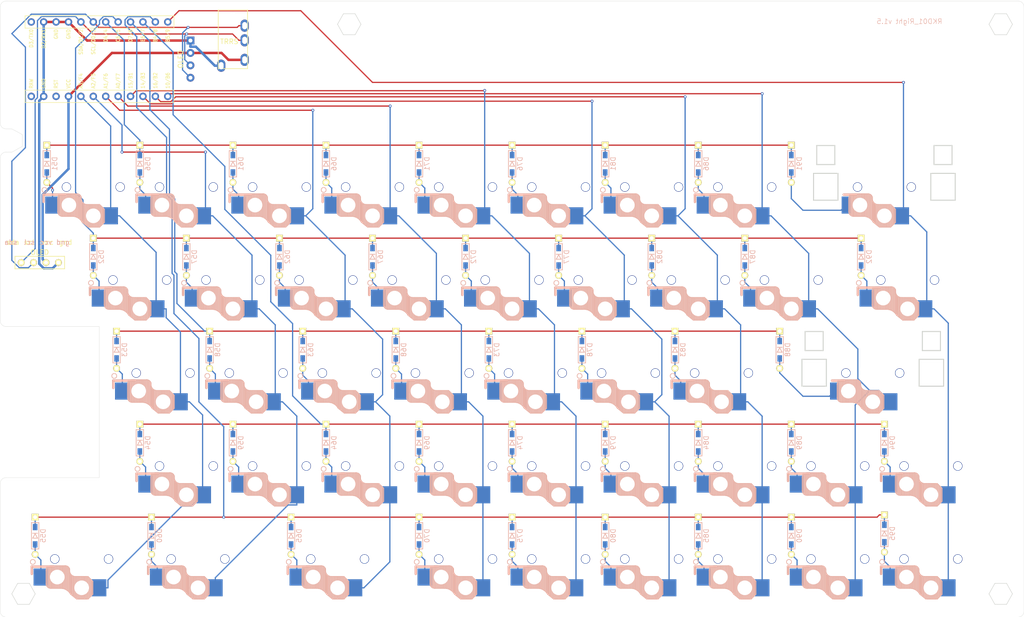
<source format=kicad_pcb>
(kicad_pcb (version 20240108) (generator "pcbnew") (generator_version "8.0")
  (layers (0 "F.Cu" signal) (31 "B.Cu" signal) (34 "B.Paste" user) (35 "F.Paste" user) (36 "B.SilkS" user "B.Silkscreen") (37 "F.SilkS" user "F.Silkscreen") (38 "B.Mask" user) (39 "F.Mask" user) (44 "Edge.Cuts" user))
  (net 0 "")
  (net 1 "Net-(D79-A)")
  (net 2 "Row0")
  (net 3 "Net-(D80-A)")
  (net 4 "Row2")
  (net 5 "Row3")
  (net 6 "Net-(D81-A)")
  (net 7 "Net-(D82-A)")
  (net 8 "Row4")
  (net 9 "Net-(D83-A)")
  (net 10 "Net-(D84-A)")
  (net 11 "Row1")
  (net 12 "Net-(D85-A)")
  (net 13 "Net-(D86-A)")
  (net 14 "Net-(D87-A)")
  (net 15 "Net-(D88-A)")
  (net 16 "Net-(D89-A)")
  (net 17 "Net-(D90-A)")
  (net 18 "Net-(D91-A)")
  (net 19 "Net-(D94-A)")
  (net 20 "Net-(D92-A)")
  (net 21 "Net-(D51-A)")
  (net 22 "Net-(D52-A)")
  (net 23 "Net-(D53-A)")
  (net 24 "Net-(D54-A)")
  (net 25 "Net-(D55-A)")
  (net 26 "Net-(D56-A)")
  (net 27 "Net-(D57-A)")
  (net 28 "Net-(D58-A)")
  (net 29 "Net-(D59-A)")
  (net 30 "Net-(D60-A)")
  (net 31 "Net-(D61-A)")
  (net 32 "Net-(D62-A)")
  (net 33 "Net-(D63-A)")
  (net 34 "Net-(D64-A)")
  (net 35 "Net-(D65-A)")
  (net 36 "Net-(D66-A)")
  (net 37 "Net-(D67-A)")
  (net 38 "Net-(D68-A)")
  (net 39 "Net-(D69-A)")
  (net 40 "Net-(D70-A)")
  (net 41 "Net-(D71-A)")
  (net 42 "Net-(D72-A)")
  (net 43 "Net-(D73-A)")
  (net 44 "Net-(D74-A)")
  (net 45 "Net-(D75-A)")
  (net 46 "Net-(D76-A)")
  (net 47 "SCL")
  (net 48 "VCC")
  (net 49 "GND")
  (net 50 "SDA")
  (net 51 "Col0")
  (net 52 "Col1")
  (net 53 "Col2")
  (net 54 "Col3")
  (net 55 "Col4")
  (net 56 "Col5")
  (net 57 "Col6")
  (net 58 "Col7")
  (net 59 "Col8")
  (net 63 "Net-(D77-A)")
  (net 64 "Net-(D78-A)")
  (net 65 "Net-(D95-A)")
  (footprint "Rikkodo_FootPrint:rkd_Choc_v1v2_Hotswap_2u" (layer "F.Cu") (at 202.4063 57.15)
    (property "Reference" "SW91" (hide yes))
    (property "Value" "SW_Push" (hide yes))
    (fp_line (start -14.5 -2.8) (end -9.5 -2.8) (stroke (width 0.2)) (layer "Edge.Cuts"))
    (fp_line (start -14.5 2.7) (end -14.5 -2.8) (stroke (width 0.2)) (layer "Edge.Cuts"))
    (fp_line (start -13.85 -8.5) (end -10.15 -8.5) (stroke (width 0.2)) (layer "Edge.Cuts"))
    (fp_line (start -13.85 -4.6) (end -13.85 -8.5) (stroke (width 0.2)) (layer "Edge.Cuts"))
    (fp_line (start -10.15 -8.5) (end -10.15 -4.6) (stroke (width 0.2)) (layer "Edge.Cuts"))
    (fp_line (start -10.15 -4.6) (end -13.85 -4.6) (stroke (width 0.2)) (layer "Edge.Cuts"))
    (fp_line (start -9.5 -2.8) (end -9.5 2.7) (stroke (width 0.2)) (layer "Edge.Cuts"))
    (fp_line (start -9.5 2.7) (end -14.5 2.7) (stroke (width 0.2)) (layer "Edge.Cuts"))
    (fp_line (start 9.5 -2.8) (end 9.5 2.7) (stroke (width 0.2)) (layer "Edge.Cuts"))
    (fp_line (start 9.5 2.7) (end 14.5 2.7) (stroke (width 0.2)) (layer "Edge.Cuts"))
    (fp_line (start 10.15 -8.5) (end 10.15 -4.6) (stroke (width 0.2)) (layer "Edge.Cuts"))
    (fp_line (start 10.15 -4.6) (end 13.85 -4.6) (stroke (width 0.2)) (layer "Edge.Cuts"))
    (fp_line (start 13.85 -8.5) (end 10.15 -8.5) (stroke (width 0.2)) (layer "Edge.Cuts"))
    (fp_line (start 13.85 -8.5) (end 13.85 -4.6) (stroke (width 0.2)) (layer "Edge.Cuts"))
    (fp_line (start 14.5 -2.8) (end 9.5 -2.8) (stroke (width 0.2)) (layer "Edge.Cuts"))
    (fp_line (start 14.5 2.7) (end 14.5 -2.8) (stroke (width 0.2)) (layer "Edge.Cuts"))
  )
  (footprint "Rikkodo_FootPrint:rkd_Choc_v1v2_Hotswap_1u" (layer "F.Cu") (at 97.6313 57.15)
    (property "Reference" "SW66" (hide yes))
    (property "Value" "SW_Push" (hide yes))
  )
  (footprint "Rikkodo_FootPrint:rkd_Choc_v1v2_Hotswap_1u" (layer "F.Cu") (at 192.8813 133.35)
    (property "Reference" "SW90" (hide yes))
    (property "Value" "SW_Push" (hide yes))
  )
  (footprint "Rikkodo_FootPrint:rkd_Choc_v1v2_Hotswap_1u" (layer "F.Cu") (at 207.1688 76.2)
    (property "Reference" "SW92" (hide yes))
    (property "Value" "SW_Push" (hide yes))
  )
  (footprint "kbd_Parts:Diode_TH_SMD" (layer "F.Cu") (at 164.3063 128.5875 -90)
    (property "Reference" "D85")
    (property "Value" "D" (hide yes))
  )
  (footprint "kbd_Parts:Diode_TH_SMD" (layer "F.Cu") (at 78.5813 71.4375 -90)
    (property "Reference" "D62")
    (property "Value" "D" (hide yes))
  )
  (footprint "kbd_Hole:m2_Spacer_Hole_hex" (layer "F.Cu") (at 226.2188 23.8125)
    (property "Reference" "M2")
    (property "Value" "Mark")
    (fp_line (start -2.4 0) (end -1.2 2.15) (stroke (width 0.1)) (layer "Edge.Cuts"))
    (fp_line (start -1.2 -2.15) (end -2.4 0) (stroke (width 0.1)) (layer "Edge.Cuts"))
    (fp_line (start -1.2 2.15) (end 1.2 2.15) (stroke (width 0.1)) (layer "Edge.Cuts"))
    (fp_line (start 1.2 -2.15) (end -1.2 -2.15) (stroke (width 0.1)) (layer "Edge.Cuts"))
    (fp_line (start 1.2 2.15) (end 2.4 0) (stroke (width 0.1)) (layer "Edge.Cuts"))
    (fp_line (start 2.4 0) (end 1.2 -2.15) (stroke (width 0.1)) (layer "Edge.Cuts"))
  )
  (footprint "kbd_Parts:Diode_TH_SMD" (layer "F.Cu") (at 126.2063 52.3875 -90)
    (property "Reference" "D76")
    (property "Value" "D" (hide yes))
  )
  (footprint "Rikkodo_FootPrint:rkd_Choc_v1v2_Hotswap_1u" (layer "F.Cu") (at 173.8313 57.15)
    (property "Reference" "SW86" (hide yes))
    (property "Value" "SW_Push" (hide yes))
  )
  (footprint "kbd_Parts:Diode_TH_SMD" (layer "F.Cu") (at 116.6813 71.4375 -90)
    (property "Reference" "D72")
    (property "Value" "D" (hide yes))
  )
  (footprint "kbd_Parts:Diode_TH_SMD" (layer "F.Cu") (at 121.4438 90.4875 -90)
    (property "Reference" "D73")
    (property "Value" "D" (hide yes))
  )
  (footprint "Rikkodo_FootPrint:rkd_Choc_v1v2_Hotswap_1u" (layer "F.Cu") (at 59.5313 57.15)
    (property "Reference" "SW56" (hide yes))
    (property "Value" "SW_Push" (hide yes))
  )
  (footprint "kbd_Parts:Diode_TH_SMD" (layer "F.Cu") (at 202.4063 109.5375 -90)
    (property "Reference" "D94")
    (property "Value" "D" (hide yes))
  )
  (footprint "Rikkodo_FootPrint:rkd_Choc_v1v2_Hotswap_1u" (layer "F.Cu") (at 211.9313 114.3)
    (property "Reference" "SW94" (hide yes))
    (property "Value" "SW_Push" (hide yes))
  )
  (footprint "kbd_Parts:Diode_TH_SMD" (layer "F.Cu") (at 102.3938 90.4875 -90)
    (property "Reference" "D68")
    (property "Value" "D" (hide yes))
  )
  (footprint "Rikkodo_FootPrint:rkd_Choc_v1v2_Hotswap_1u" (layer "F.Cu") (at 38.1 133.35)
    (property "Reference" "SW55" (hide yes))
    (property "Value" "SW_Push" (hide yes))
  )
  (footprint "kbd_Parts:Diode_TH_SMD" (layer "F.Cu") (at 180.9751 90.4875 -90)
    (property "Reference" "D88")
    (property "Value" "D" (hide yes))
  )
  (footprint "Rikkodo_FootPrint:rkd_Choc_v1v2_Hotswap_1u" (layer "F.Cu") (at 130.9688 95.25)
    (property "Reference" "SW73" (hide yes))
    (property "Value" "SW_Push" (hide yes))
  )
  (footprint "Rikkodo_FootPrint:rkd_Choc_v1v2_Hotswap_1u" (layer "F.Cu") (at 50.0063 76.2)
    (property "Reference" "SW52" (hide yes))
    (property "Value" "SW_Push" (hide yes))
  )
  (footprint "Rikkodo_FootPrint:rkd_Choc_v1v2_Hotswap_1u" (layer "F.Cu") (at 90.4875 133.35)
    (property "Reference" "SW65" (hide yes))
    (property "Value" "SW_Push" (hide yes))
  )
  (footprint "kbd_Parts:Diode_TH_SMD" (layer "F.Cu") (at 83.3438 90.4875 -90)
    (property "Reference" "D63")
    (property "Value" "D" (hide yes))
  )
  (footprint "Rikkodo_FootPrint:rkd_Choc_v1v2_Hotswap_1u" (layer "F.Cu") (at 69.0563 76.2)
    (property "Reference" "SW57" (hide yes))
    (property "Value" "SW_Push" (hide yes))
  )
  (footprint "kbd_Parts:Diode_TH_SMD" (layer "F.Cu") (at 40.4813 71.4375 -90)
    (property "Reference" "D52")
    (property "Value" "D" (hide yes))
  )
  (footprint "Rikkodo_FootPrint:rkd_Choc_v1v2_Hotswap_1u" (layer "F.Cu") (at 126.2063 76.2)
    (property "Reference" "SW72" (hide yes))
    (property "Value" "SW_Push" (hide yes))
  )
  (footprint "Rikkodo_FootPrint:rkd_Choc_v1v2_Hotswap_1u" (layer "F.Cu") (at 78.5813 57.15)
    (property "Reference" "SW61" (hide yes))
    (property "Value" "SW_Push" (hide yes))
  )
  (footprint "Rikkodo_FootPrint:rkd_Choc_v1v2_Hotswap_1u" (layer "F.Cu") (at 111.9188 95.25)
    (property "Reference" "SW68" (hide yes))
    (property "Value" "SW_Push" (hide yes))
  )
  (footprint "kbd_Parts:Diode_TH_SMD" (layer "F.Cu") (at 173.8313 71.4375 -90)
    (property "Reference" "D87")
    (property "Value" "D" (hide yes))
  )
  (footprint "kbd_Parts:Diode_TH_SMD" (layer "F.Cu") (at 50.0063 52.3875 -90)
    (property "Reference" "D56")
    (property "Value" "D" (hide yes))
  )
  (footprint "Rikkodo_FootPrint:rkd_Choc_v1v2_Hotswap_1u" (layer "F.Cu") (at 116.6813 114.3)
    (property "Reference" "SW69" (hide yes))
    (property "Value" "SW_Push" (hide yes))
  )
  (footprint "Rikkodo_FootPrint:rkd_Choc_v1v2_Hotswap_1u" (layer "F.Cu") (at 164.3063 76.2)
    (property "Reference" "SW82" (hide yes))
    (property "Value" "SW_Push" (hide yes))
  )
  (footprint "Rikkodo_FootPrint:rkd_Choc_v1v2_Hotswap_1u" (layer "F.Cu") (at 54.7688 95.25)
    (property "Reference" "SW53" (hide yes))
    (property "Value" "SW_Push" (hide yes))
  )
  (footprint "kbd_Parts:Diode_TH_SMD" (layer "F.Cu") (at 107.1563 52.3875 -90)
    (property "Reference" "D71")
    (property "Value" "D" (hide yes))
  )
  (footprint "Rikkodo_FootPrint:rkd_Choc_v1v2_Hotswap_1u" (layer "F.Cu") (at 150.0188 95.25)
    (property "Reference" "SW78" (hide yes))
    (property "Value" "SW_Push" (hide yes))
  )
  (footprint "Rikkodo_FootPrint:rkd_Choc_v1v2_Hotswap_1u" (layer "F.Cu") (at 173.8313 114.3)
    (property "Reference" "SW84" (hide yes))
    (property "Value" "SW_Push" (hide yes))
  )
  (footprint "Rikkodo_FootPrint:rkd_Choc_v1v2_Hotswap_1u" (layer "F.Cu") (at 135.7313 57.15)
    (property "Reference" "SW76" (hide yes))
    (property "Value" "SW_Push" (hide yes))
  )
  (footprint "kbd_Parts:Diode_TH_SMD" (layer "F.Cu") (at 80.9625 128.5875 -90)
    (property "Reference" "D65")
    (property "Value" "D" (hide yes))
  )
  (footprint "Rikkodo_FootPrint:rkd_Choc_v1v2_Hotswap_1u" (layer "F.Cu") (at 59.5313 114.3)
    (property "Reference" "SW54" (hide yes))
    (property "Value" "SW_Push" (hide yes))
  )
  (footprint "Rikkodo_FootPrint:rkd_Choc_v1v2_Hotswap_1u" (layer "F.Cu") (at 73.8188 95.25)
    (property "Reference" "SW58" (hide yes))
    (property "Value" "SW_Push" (hide yes))
  )
  (footprint "Rikkodo_FootPrint:rkd_Choc_v1v2_Hotswap_1u" (layer "F.Cu") (at 211.9313 133.35)
    (property "Reference" "SW95" (hide yes))
    (property "Value" "SW_Push" (hide yes))
  )
  (footprint "kbd_Parts:Diode_TH_SMD" (layer "F.Cu") (at 64.2938 90.4875 -90)
    (property "Reference" "D58")
    (property "Value" "D" (hide yes))
  )
  (footprint "kbd_Parts:Diode_TH_SMD" (layer "F.Cu") (at 107.1563 109.5375 -90)
    (property "Reference" "D69")
    (property "Value" "D" (hide yes))
  )
  (footprint "kbd_Parts:Diode_TH_SMD" (layer "F.Cu") (at 30.9563 52.3875 -90)
    (property "Reference" "D51")
    (property "Value" "D" (hide yes))
  )
  (footprint "kbd_Parts:Diode_TH_SMD" (layer "F.Cu") (at 69.0563 52.3875 -90)
    (property "Reference" "D61")
    (property "Value" "D" (hide yes))
  )
  (footprint "kbd_Parts:Diode_TH_SMD" (layer "F.Cu") (at 154.7813 71.4375 -90)
    (property "Reference" "D82")
    (property "Value" "D" (hide yes))
  )
  (footprint "kbd_Parts:Diode_TH_SMD" (layer "F.Cu") (at 164.3063 109.5375 -90)
    (property "Reference" "D84")
    (property "Value" "D" (hide yes))
  )
  (footprint "Rikkodo_FootPrint:rkd_Choc_v1v2_Hotswap_1u" (layer "F.Cu") (at 135.7313 133.35)
    (property "Reference" "SW75" (hide yes))
    (property "Value" "SW_Push" (hide yes))
  )
  (footprint "Rikkodo_FootPrint:rkd_Choc_v1v2_Hotswap_2u" (layer "F.Cu") (at 200.0251 95.25)
    (property "Reference" "SW88" (hide yes))
    (property "Value" "SW_Push" (hide yes))
    (fp_line (start -14.5 -2.8) (end -9.5 -2.8) (stroke (width 0.2)) (layer "Edge.Cuts"))
    (fp_line (start -14.5 2.7) (end -14.5 -2.8) (stroke (width 0.2)) (layer "Edge.Cuts"))
    (fp_line (start -13.85 -8.5) (end -10.15 -8.5) (stroke (width 0.2)) (layer "Edge.Cuts"))
    (fp_line (start -13.85 -4.6) (end -13.85 -8.5) (stroke (width 0.2)) (layer "Edge.Cuts"))
    (fp_line (start -10.15 -8.5) (end -10.15 -4.6) (stroke (width 0.2)) (layer "Edge.Cuts"))
    (fp_line (start -10.15 -4.6) (end -13.85 -4.6) (stroke (width 0.2)) (layer "Edge.Cuts"))
    (fp_line (start -9.5 -2.8) (end -9.5 2.7) (stroke (width 0.2)) (layer "Edge.Cuts"))
    (fp_line (start -9.5 2.7) (end -14.5 2.7) (stroke (width 0.2)) (layer "Edge.Cuts"))
    (fp_line (start 9.5 -2.8) (end 9.5 2.7) (stroke (width 0.2)) (layer "Edge.Cuts"))
    (fp_line (start 9.5 2.7) (end 14.5 2.7) (stroke (width 0.2)) (layer "Edge.Cuts"))
    (fp_line (start 10.15 -8.5) (end 10.15 -4.6) (stroke (width 0.2)) (layer "Edge.Cuts"))
    (fp_line (start 10.15 -4.6) (end 13.85 -4.6) (stroke (width 0.2)) (layer "Edge.Cuts"))
    (fp_line (start 13.85 -8.5) (end 10.15 -8.5) (stroke (width 0.2)) (layer "Edge.Cuts"))
    (fp_line (start 13.85 -8.5) (end 13.85 -4.6) (stroke (width 0.2)) (layer "Edge.Cuts"))
    (fp_line (start 14.5 -2.8) (end 9.5 -2.8) (stroke (width 0.2)) (layer "Edge.Cuts"))
    (fp_line (start 14.5 2.7) (end 14.5 -2.8) (stroke (width 0.2)) (layer "Edge.Cuts"))
  )
  (footprint "Rikkodo_FootPrint:rkd_Choc_v1v2_Hotswap_1u" (layer "F.Cu") (at 92.8688 95.25)
    (property "Reference" "SW63" (hide yes))
    (property "Value" "SW_Push" (hide yes))
  )
  (footprint "kbd_Parts:Diode_TH_SMD" (layer "F.Cu") (at 135.7313 71.4375 -90)
    (property "Reference" "D77")
    (property "Value" "D" (hide yes))
  )
  (footprint "Rikkodo_FootPrint:rkd_Choc_v1v2_Hotswap_1u" (layer "F.Cu") (at 154.7813 57.15)
    (property "Reference" "SW81" (hide yes))
    (property "Value" "SW_Push" (hide yes))
  )
  (footprint "Rikkodo_FootPrint:rkd_Choc_v1v2_Hotswap_1u" (layer "F.Cu") (at 183.3563 76.2)
    (property "Reference" "SW87" (hide yes))
    (property "Value" "SW_Push" (hide yes))
  )
  (footprint "Rikkodo_FootPrint:rkd_Choc_v1v2_Hotswap_1u" (layer "F.Cu") (at 107.1563 76.2)
    (property "Reference" "SW67" (hide yes))
    (property "Value" "SW_Push" (hide yes))
  )
  (footprint "kbd_Parts:Diode_TH_SMD" (layer "F.Cu") (at 97.6313 71.4375 -90)
    (property "Reference" "D67")
    (property "Value" "D" (hide yes))
  )
  (footprint "kbd_Parts:Diode_TH_SMD" (layer "F.Cu") (at 107.1563 128.5875 -90)
    (property "Reference" "D70")
    (property "Value" "D" (hide yes))
  )
  (footprint "kbd_Parts:Diode_TH_SMD" (layer "F.Cu") (at 197.6438 71.4375 -90)
    (property "Reference" "D92")
    (property "Value" "D" (hide yes))
  )
  (footprint "Rikkodo_FootPrint:rkd_Choc_v1v2_Hotswap_1u" (layer "F.Cu") (at 145.2563 76.2)
    (property "Reference" "SW77" (hide yes))
    (property "Value" "SW_Push" (hide yes))
  )
  (footprint "kbd_Parts:Diode_TH_SMD" (layer "F.Cu") (at 59.5313 71.4375 -90)
    (property "Reference" "D57")
    (property "Value" "D" (hide yes))
  )
  (footprint "Rikkodo_FootPrint:rkd_Choc_v1v2_Hotswap_1u" (layer "F.Cu") (at 40.4813 57.15)
    (property "Reference" "SW51" (hide yes))
    (property "Value" "SW_Push" (hide yes))
  )
  (footprint "Rikkodo_FootPrint:rkd_Choc_v1v2_Hotswap_1u" (layer "F.Cu") (at 169.0688 95.25)
    (property "Reference" "SW83" (hide yes))
    (property "Value" "SW_Push" (hide yes))
  )
  (footprint "Rikkodo_FootPrint:rkd_Choc_v1v2_Hotswap_1u" (layer "F.Cu") (at 78.5813 114.3)
    (property "Reference" "SW59" (hide yes))
    (property "Value" "SW_Push" (hide yes))
  )
  (footprint "kbd_Parts:Diode_TH_SMD" (layer "F.Cu") (at 140.4938 90.4875 -90)
    (property "Reference" "D78")
    (property "Value" "D" (hide yes))
  )
  (footprint "Rikkodo_FootPrint:rkd_Choc_v1v2_Hotswap_1u" (layer "F.Cu") (at 116.6813 57.15)
    (property "Reference" "SW71" (hide yes))
    (property "Value" "SW_Push" (hide yes))
  )
  (footprint "Rikkodo_FootPrint:rkd_Choc_v1v2_Hotswap_1u" (layer "F.Cu") (at 154.7813 114.3)
    (property "Reference" "SW79" (hide yes))
    (property "Value" "SW_Push" (hide yes))
  )
  (footprint "Rikkodo_FootPrint:rkd_Choc_v1v2_Hotswap_1u" (layer "F.Cu") (at 135.7313 114.3)
    (property "Reference" "SW74" (hide yes))
    (property "Value" "SW_Push" (hide yes))
  )
  (footprint "kbd_Hole:m2_Screw_Hole" (layer "F.Cu") (at 83.3438 26.1937)
    (property "Reference" "M5")
    (property "Value" "Mark")
  )
  (footprint "Rikkodo_FootPrint:rkd_Choc_v1v2_Hotswap_1u" (layer "F.Cu") (at 154.7813 133.35)
    (property "Reference" "SW80" (hide yes))
    (property "Value" "SW_Push" (hide yes))
  )
  (footprint "kbd_Hole:m2_Spacer_Hole_hex" (layer "F.Cu") (at 226.2188 140.4937)
    (property "Reference" "M4")
    (property "Value" "Mark")
    (fp_line (start -2.4 0) (end -1.2 2.15) (stroke (width 0.1)) (layer "Edge.Cuts"))
    (fp_line (start -1.2 -2.15) (end -2.4 0) (stroke (width 0.1)) (layer "Edge.Cuts"))
    (fp_line (start -1.2 2.15) (end 1.2 2.15) (stroke (width 0.1)) (layer "Edge.Cuts"))
    (fp_line (start 1.2 -2.15) (end -1.2 -2.15) (stroke (width 0.1)) (layer "Edge.Cuts"))
    (fp_line (start 1.2 2.15) (end 2.4 0) (stroke (width 0.1)) (layer "Edge.Cuts"))
    (fp_line (start 2.4 0) (end 1.2 -2.15) (stroke (width 0.1)) (layer "Edge.Cuts"))
  )
  (footprint "Rikkodo_FootPrint:rkd_Choc_v1v2_Hotswap_1u" (layer "F.Cu") (at 173.8313 133.35)
    (property "Reference" "SW85" (hide yes))
    (property "Value" "SW_Push" (hide yes))
  )
  (footprint "kbd_Parts:Diode_TH_SMD" (layer "F.Cu") (at 183.3563 109.5375 -90)
    (property "Reference" "D89")
    (property "Value" "D" (hide yes))
  )
  (footprint "Rikkodo_FootPrint:rkd_Choc_v1v2_Hotswap_1u" (layer "F.Cu") (at 88.1063 76.2)
    (property "Reference" "SW62" (hide yes))
    (property "Value" "SW_Push" (hide yes))
  )
  (footprint "BrownSugar_KBD:OLED_center_module" (layer "F.Cu") (at 42.8625 30.9562 90)
    (property "Reference" "OL2")
    (property "Value" "OLED")
  )
  (footprint "Rikkodo_FootPrint:rkd_Choc_v1v2_Hotswap_1u" (layer "F.Cu") (at 61.9125 133.35)
    (property "Reference" "SW60" (hide yes))
    (property "Value" "SW_Push" (hide yes))
  )
  (footprint "Rikkodo_FootPrint:rkd_Choc_v1v2_Hotswap_1u" (layer "F.Cu") (at 192.8813 114.3)
    (property "Reference" "SW89" (hide yes))
    (property "Value" "SW_Push" (hide yes))
  )
  (footprint "kbd_Parts:Diode_TH_SMD" (layer "F.Cu") (at 88.1063 109.5375 -90)
    (property "Reference" "D64")
    (property "Value" "D" (hide yes))
  )
  (footprint "kbd_Parts:Diode_TH_SMD" (layer "F.Cu") (at 159.5438 90.4875 -90)
    (property "Reference" "D83")
    (property "Value" "D" (hide yes))
  )
  (footprint "kbd_Parts:Diode_TH_SMD" (layer "F.Cu") (at 69.0563 109.5375 -90)
    (property "Reference" "D59")
    (property "Value" "D" (hide yes))
  )
  (footprint "BrownSugar_KBD:TRRS_PJ-320A" (layer "F.Cu") (at 69.0563 20.8987)
    (property "Reference" "J2")
    (property "Value" "TRRS" (hide yes))
  )
  (footprint "kbd_Parts:Diode_TH_SMD" (layer "F.Cu") (at 183.3563 52.3875 -90)
    (property "Reference" "D91")
    (property "Value" "D" (hide yes))
  )
  (footprint "kbd_Parts:Diode_TH_SMD" (layer "F.Cu") (at 50.0063 109.5375 -90)
    (property "Reference" "D54")
    (property "Value" "D" (hide yes))
  )
  (footprint "Rikkodo_FootPrint:rkd_Choc_v1v2_Hotswap_1u" (layer "F.Cu") (at 97.6313 114.3)
    (property "Reference" "SW64" (hide yes))
    (property "Value" "SW_Push" (hide yes))
  )
  (footprint "kbd_Parts:Diode_TH_SMD" (layer "F.Cu") (at 183.3563 128.5875 -90)
    (property "Reference" "D90")
    (property "Value" "D" (hide yes))
  )
  (footprint "kbd_Parts:Diode_TH_SMD" (layer "F.Cu") (at 145.2563 52.3875 -90)
    (property "Reference" "D81")
    (property "Value" "D" (hide yes))
  )
  (footprint "kbd_Parts:Diode_TH_SMD" (layer "F.Cu") (at 88.1063 52.3875 -90)
    (property "Reference" "D66")
    (property "Value" "D" (hide yes))
  )
  (footprint "kbd_Parts:Diode_TH_SMD" (layer "F.Cu") (at 45.2438 90.4875 -90)
    (property "Reference" "D53")
    (property "Value" "D" (hide yes))
  )
  (footprint "kbd_Parts:Diode_TH_SMD" (layer "F.Cu") (at 164.3063 52.3875 -90)
    (property "Reference" "D86")
    (property "Value" "D" (hide yes))
  )
  (footprint "kbd_Parts:Diode_TH_SMD" (layer "F.Cu") (at 52.3875 128.5875 -90)
    (property "Reference" "D60")
    (property "Value" "D" (hide yes))
  )
  (footprint "kbd_Parts:Diode_TH_SMD" (layer "F.Cu") (at 126.2063 128.5875 -90)
    (property "Reference" "D75")
    (property "Value" "D" (hide yes))
  )
  (footprint "kbd_Parts:Diode_TH_SMD" (layer "F.Cu") (at 28.5751 128.5875 -90)
    (property "Reference" "D55")
    (property "Value" "D" (hide yes))
  )
  (footprint "kbd_Parts:Diode_TH_SMD" (layer "F.Cu") (at 145.2563 128.5875 -90)
    (property "Reference" "D80")
    (property "Value" "D" (hide yes))
  )
  (footprint "kbd_Hole:m2_Screw_Hole" (layer "F.Cu") (at 83.3438 35.7187)
    (property "Reference" "M6")
    (property "Value" "Mark")
  )
  (footprint "kbd_Hole:m2_Spacer_Hole_hex" (layer "F.Cu") (at 92.8688 23.8125)
    (property "Reference" "M1")
    (property "Value" "Mark")
    (fp_line (start -2.4 0) (end -1.2 2.15) (stroke (width 0.1)) (layer "Edge.Cuts"))
    (fp_line (start -1.2 -2.15) (end -2.4 0) (stroke (width 0.1)) (layer "Edge.Cuts"))
    (fp_line (start -1.2 2.15) (end 1.2 2.15) (stroke (width 0.1)) (layer "Edge.Cuts"))
    (fp_line (start 1.2 -2.15) (end -1.2 -2.15) (stroke (width 0.1)) (layer "Edge.Cuts"))
    (fp_line (start 1.2 2.15) (end 2.4 0) (stroke (width 0.1)) (layer "Edge.Cuts"))
    (fp_line (start 2.4 0) (end 1.2 -2.15) (stroke (width 0.1)) (layer "Edge.Cuts"))
  )
  (footprint "kbd_Parts:OLED" (layer "F.Cu") (at 25.7175 72.6281)
    (property "Reference" "P1")
    (property "Value" "pointing" (hide yes))
  )
  (footprint "kbd_Hole:m2_Spacer_Hole_hex" (layer "F.Cu") (at 26.1938 140.4937)
    (property "Reference" "M3")
    (property "Value" "Mark")
    (fp_line (start -2.4 0) (end -1.2 2.15) (stroke (width 0.1)) (layer "Edge.Cuts"))
    (fp_line (start -1.2 -2.15) (end -2.4 0) (stroke (width 0.1)) (layer "Edge.Cuts"))
    (fp_line (start -1.2 2.15) (end 1.2 2.15) (stroke (width 0.1)) (layer "Edge.Cuts"))
    (fp_line (start 1.2 -2.15) (end -1.2 -2.15) (stroke (width 0.1)) (layer "Edge.Cuts"))
    (fp_line (start 1.2 2.15) (end 2.4 0) (stroke (width 0.1)) (layer "Edge.Cuts"))
    (fp_line (start 2.4 0) (end 1.2 -2.15) (stroke (width 0.1)) (layer "Edge.Cuts"))
  )
  (footprint "kbd_Parts:Diode_TH_SMD" (layer "F.Cu") (at 202.4063 128.1245 -90)
    (property "Reference" "D95")
    (property "Value" "D" (hide yes))
  )
  (footprint "Rikkodo_FootPrint:rkd_Choc_v1v2_Hotswap_1u" (layer "F.Cu") (at 116.6813 133.35)
    (property "Reference" "SW70" (hide yes))
    (property "Value" "SW_Push" (hide yes))
  )
  (footprint "kbd_Parts:Diode_TH_SMD" (layer "F.Cu") (at 145.2563 109.5375 -90)
    (property "Reference" "D79")
    (property "Value" "D" (hide yes))
  )
  (footprint "kbd_Parts:Diode_TH_SMD" (layer "F.Cu") (at 126.2063 109.5375 -90)
    (property "Reference" "D74")
    (property "Value" "D" (hide yes))
  )
  (footprint "BrownSugar_KBD:ProMicro_r" (layer "F.Cu") (at 40.4813 30.9562 90)
    (property "Reference" "U2" (hide yes))
    (property "Value" "ProMicro" (hide yes))
  )
  (gr_line (start 229.790625 145.25625) (end 22.621875 145.25625) (stroke (width 0.05)) (layer "Edge.Cuts"))
  (gr_line (start 21.43125 51.196875) (end 21.43125 84.534375) (stroke (width 0.05)) (layer "Edge.Cuts"))
  (gr_arc (start 21.43125 117.87187) (mid 21.779977 117.029972) (end 22.621875 116.681245) (stroke (width 0.05)) (layer "Edge.Cuts"))
  (gr_arc (start 22.621875 85.725) (mid 21.779976 85.376274) (end 21.43125 84.534375) (stroke (width 0.05)) (layer "Edge.Cuts"))
  (gr_line (start 22.621875 45.24375) (end 23.8125 45.24375) (stroke (width 0.05)) (layer "Edge.Cuts"))
  (gr_line (start 25.9625 46.425) (end 25.9625 48.825) (stroke (width 0.05)) (layer "Edge.Cuts"))
  (gr_line (start 23.8125 45.24375) (end 25.9625 46.425) (stroke (width 0.05)) (layer "Edge.Cuts"))
  (gr_line (start 21.43125 144.065625) (end 21.43125 117.87187) (stroke (width 0.05)) (layer "Edge.Cuts"))
  (gr_line (start 22.621875 85.725) (end 41.671875 85.725) (stroke (width 0.05)) (layer "Edge.Cuts"))
  (gr_line (start 230.98125 20.240625) (end 230.98125 144.065625) (stroke (width 0.05)) (layer "Edge.Cuts"))
  (gr_arc (start 229.790625 19.05) (mid 230.632524 19.398726) (end 230.98125 20.240625) (stroke (width 0.05)) (layer "Edge.Cuts"))
  (gr_line (start 229.790625 19.05) (end 22.621875 19.05005) (stroke (width 0.05)) (layer "Edge.Cuts"))
  (gr_line (start 21.4312 20.240625) (end 21.43125 44.053125) (stroke (width 0.05)) (layer "Edge.Cuts"))
  (gr_line (start 41.671875 85.725) (end 41.671875 116.68125) (stroke (width 0.05)) (layer "Edge.Cuts"))
  (gr_arc (start 21.4313 20.240625) (mid 21.780011 19.398761) (end 22.621875 19.05005) (stroke (width 0.05)) (layer "Edge.Cuts"))
  (gr_line (start 25.9625 48.825) (end 23.8125 50.00625) (stroke (width 0.05)) (layer "Edge.Cuts"))
  (gr_arc (start 230.98125 144.065625) (mid 230.632524 144.907524) (end 229.790625 145.25625) (stroke (width 0.05)) (layer "Edge.Cuts"))
  (gr_line (start 22.621875 116.68125) (end 41.671875 116.68125) (stroke (width 0.05)) (layer "Edge.Cuts"))
  (gr_line (start 23.8125 50.00625) (end 22.621875 50.00625) (stroke (width 0.05)) (layer "Edge.Cuts"))
  (gr_arc (start 22.621875 45.24375) (mid 21.779976 44.895024) (end 21.43125 44.053125) (stroke (width 0.05)) (layer "Edge.Cuts"))
  (gr_arc (start 22.621875 145.25625) (mid 21.779976 144.907524) (end 21.43125 144.065625) (stroke (width 0.05)) (layer "Edge.Cuts"))
  (gr_arc (start 21.43125 51.196875) (mid 21.779976 50.354976) (end 22.621875 50.00625) (stroke (width 0.05)) (layer "Edge.Cuts"))
  (gr_text "RKD01_Right v1.5" (at 214.3125 23.8125 0) (layer "B.SilkS") (effects (font (size 1 1) (thickness 0.1)) (justify left bottom mirror)))
  (gr_text "vcc" (at 32.146875 69.056325 0) (layer "B.SilkS") (effects (font (size 1 1)) (justify left bottom mirror)))
  (gr_text "sda" (at 25.003125 69.056325 0) (layer "B.SilkS") (effects (font (size 1 1)) (justify left bottom mirror)))
  (gr_text "gnd" (at 35.71875 69.056325 0) (layer "B.SilkS") (effects (font (size 1 1)) (justify left bottom mirror)))
  (gr_text "scl" (at 28.575 69.056325 0) (layer "B.SilkS") (effects (font (size 1 1)) (justify left bottom mirror)))
  (gr_text "gnd" (at 33.3375 69.056325 0) (layer "F.SilkS") (effects (font (size 1 1)) (justify left bottom)))
  (gr_text "sda" (at 22.621875 69.056325 0) (layer "F.SilkS") (effects (font (size 1 1)) (justify left bottom)))
  (gr_text "vcc" (at 29.765625 69.056325 0) (layer "F.SilkS") (effects (font (size 1 1)) (justify left bottom)))
  (gr_text "scl" (at 26.19375 69.056325 0) (layer "F.SilkS") (effects (font (size 1 1)) (justify left bottom)))
  (segment (start 145.2563 114.7483) (end 146.4313 115.9233) (width 0.25) (layer "B.Cu") (net 1))
  (segment (start 146.4313 118) (end 146.4313 115.9233) (width 0.25) (layer "B.Cu") (net 1))
  (segment (start 145.2563 113.3475) (end 145.2563 114.7483) (width 0.25) (layer "B.Cu") (net 1))
  (segment (start 145.2563 111.3125) (end 145.2563 113.3475) (width 0.25) (layer "B.Cu") (net 1))
  (segment (start 50.0063 48.5775) (end 69.0563 48.5775) (width 0.25) (layer "F.Cu") (net 2))
  (segment (start 164.3063 48.5775) (end 145.2563 48.5775) (width 0.25) (layer "F.Cu") (net 2))
  (segment (start 107.1563 48.5775) (end 126.2063 48.5775) (width 0.25) (layer "F.Cu") (net 2))
  (segment (start 183.3563 48.5775) (end 164.3063 48.5775) (width 0.25) (layer "F.Cu") (net 2))
  (segment (start 145.2563 48.5775) (end 126.2063 48.5775) (width 0.25) (layer "F.Cu") (net 2))
  (segment (start 88.1063 48.5775) (end 69.0563 48.5775) (width 0.25) (layer "F.Cu") (net 2))
  (segment (start 30.9563 48.5775) (end 50.0063 48.5775) (width 0.25) (layer "F.Cu") (net 2))
  (segment (start 88.1063 48.5775) (end 107.1563 48.5775) (width 0.25) (layer "F.Cu") (net 2))
  (segment (start 50.0063 50.6125) (end 50.0063 48.5775) (width 0.25) (layer "B.Cu") (net 2))
  (segment (start 183.3563 50.6125) (end 183.3563 48.5775) (width 0.25) (layer "B.Cu") (net 2))
  (segment (start 126.2063 50.6125) (end 126.2063 48.5775) (width 0.25) (layer "B.Cu") (net 2))
  (segment (start 46.8313 44.3773) (end 50.0063 47.5523) (width 0.25) (layer "B.Cu") (net 2))
  (segment (start 43.0213 23.3362) (end 46.8313 27.1462) (width 0.25) (layer "B.Cu") (net 2))
  (segment (start 145.2563 50.6125) (end 145.2563 48.5775) (width 0.25) (layer "B.Cu") (net 2))
  (segment (start 88.1063 50.6125) (end 88.1063 48.5775) (width 0.25) (layer "B.Cu") (net 2))
  (segment (start 69.0563 50.6125) (end 69.0563 48.5775) (width 0.25) (layer "B.Cu") (net 2))
  (segment (start 46.8313 27.1462) (end 46.8313 44.3773) (width 0.25) (layer "B.Cu") (net 2))
  (segment (start 30.9563 50.6125) (end 30.9563 48.5775) (width 0.25) (layer "B.Cu") (net 2))
  (segment (start 50.0063 48.5775) (end 50.0063 47.5523) (width 0.25) (layer "B.Cu") (net 2))
  (segment (start 164.3063 50.6125) (end 164.3063 48.5775) (width 0.25) (layer "B.Cu") (net 2))
  (segment (start 107.1563 50.6125) (end 107.1563 48.5775) (width 0.25) (layer "B.Cu") (net 2))
  (segment (start 146.4313 137.05) (end 146.4313 134.9733) (width 0.25) (layer "B.Cu") (net 3))
  (segment (start 145.2563 132.3975) (end 145.2563 133.7983) (width 0.25) (layer "B.Cu") (net 3))
  (segment (start 145.2563 133.7983) (end 146.4313 134.9733) (width 0.25) (layer "B.Cu") (net 3))
  (segment (start 145.2563 130.3625) (end 145.2563 132.3975) (width 0.25) (layer "B.Cu") (net 3))
  (segment (start 102.3938 86.6775) (end 121.4438 86.6775) (width 0.25) (layer "F.Cu") (net 4))
  (segment (start 159.5438 86.6775) (end 140.4938 86.6775) (width 0.25) (layer "F.Cu") (net 4))
  (segment (start 180.9751 86.6775) (end 159.5438 86.6775) (width 0.25) (layer "F.Cu") (net 4))
  (segment (start 83.3438 86.6775) (end 102.3938 86.6775) (width 0.25) (layer "F.Cu") (net 4))
  (segment (start 64.2938 86.6775) (end 83.3438 86.6775) (width 0.25) (layer "F.Cu") (net 4))
  (segment (start 140.4938 86.6775) (end 121.4438 86.6775) (width 0.25) (layer "F.Cu") (net 4))
  (segment (start 45.2438 86.6775) (end 64.2938 86.6775) (width 0.25) (layer "F.Cu") (net 4))
  (segment (start 52.0675 41.3114) (end 52.0675 27.3024) (width 0.25) (layer "B.Cu") (net 4))
  (segment (start 57.1477 74.5111) (end 57.1477 59.6041) (width 0.25) (layer "B.Cu") (net 4))
  (segment (start 57.1477 59.6041) (end 56.0754 58.5318) (width 0.25) (layer "B.Cu") (net 4))
  (segment (start 64.2938 88.7125) (end 64.2938 86.6775) (width 0.25) (layer "B.Cu") (net 4))
  (segment (start 57.5993 74.9627) (end 57.1477 74.5111) (width 0.25) (layer "B.Cu") (net 4))
  (segment (start 140.4938 88.7125) (end 140.4938 86.6775) (width 0.25) (layer "B.Cu") (net 4))
  (segment (start 64.2938 86.6775) (end 63.2686 86.6775) (width 0.25) (layer "B.Cu") (net 4))
  (segment (start 57.5993 81.0082) (end 57.5993 74.9627) (width 0.25) (layer "B.Cu") (net 4))
  (segment (start 56.0754 58.5318) (end 56.0754 45.3193) (width 0.25) (layer "B.Cu") (net 4))
  (segment (start 52.0675 27.3024) (end 48.1013 23.3362) (width 0.25) (layer "B.Cu") (net 4))
  (segment (start 63.2686 86.6775) (end 57.5993 81.0082) (width 0.25) (layer "B.Cu") (net 4))
  (segment (start 159.5438 88.7125) (end 159.5438 86.6775) (width 0.25) (layer "B.Cu") (net 4))
  (segment (start 180.9751 88.7125) (end 180.9751 86.6775) (width 0.25) (layer "B.Cu") (net 4))
  (segment (start 121.4438 88.7125) (end 121.4438 86.6775) (width 0.25) (layer "B.Cu") (net 4))
  (segment (start 102.3938 88.7125) (end 102.3938 86.6775) (width 0.25) (layer "B.Cu") (net 4))
  (segment (start 56.0754 45.3193) (end 52.0675 41.3114) (width 0.25) (layer "B.Cu") (net 4))
  (segment (start 83.3438 88.7125) (end 83.3438 86.6775) (width 0.25) (layer "B.Cu") (net 4))
  (segment (start 45.2438 88.7125) (end 45.2438 86.6775) (width 0.25) (layer "B.Cu") (net 4))
  (segment (start 88.1063 105.7275) (end 107.1563 105.7275) (width 0.25) (layer "F.Cu") (net 5))
  (segment (start 69.0563 105.7275) (end 88.1063 105.7275) (width 0.25) (layer "F.Cu") (net 5))
  (segment (start 126.2063 105.7275) (end 145.2563 105.7275) (width 0.25) (layer "F.Cu") (net 5))
  (segment (start 183.3563 105.7275) (end 202.4063 105.7275) (width 0.25) (layer "F.Cu") (net 5))
  (segment (start 164.3063 105.7275) (end 145.2563 105.7275) (width 0.25) (layer "F.Cu") (net 5))
  (segment (start 164.3063 105.7275) (end 183.3563 105.7275) (width 0.25) (layer "F.Cu") (net 5))
  (segment (start 126.2063 105.7275) (end 107.1563 105.7275) (width 0.25) (layer "F.Cu") (net 5))
  (segment (start 50.0063 105.7275) (end 69.0563 105.7275) (width 0.25) (layer "F.Cu") (net 5))
  (segment (start 81.2706 85.1264) (end 81.2706 99.917) (width 0.25) (layer "B.Cu") (net 5))
  (segment (start 56.81 42.34) (end 67.403 52.933) (width 0.25) (layer "B.Cu") (net 5))
  (segment (start 183.3563 107.7625) (end 183.3563 105.7275) (width 0.25) (layer "B.Cu") (net 5))
  (segment (start 126.2063 107.7625) (end 126.2063 105.7275) (width 0.25) (layer "B.Cu") (net 5))
  (segment (start 76.8055 71.1363) (end 76.8055 80.6613) (width 0.25) (layer "B.Cu") (net 5))
  (segment (start 88.1063 107.7625) (end 88.1063 105.7275) (width 0.25) (layer "B.Cu") (net 5))
  (segment (start 76.8055 80.6613) (end 81.2706 85.1264) (width 0.25) (layer "B.Cu") (net 5))
  (segment (start 50.6413 23.3362) (end 56.81 29.5049) (width 0.25) (layer "B.Cu") (net 5))
  (segment (start 56.81 29.5049) (end 56.81 42.34) (width 0.25) (layer "B.Cu") (net 5))
  (segment (start 67.403 52.933) (end 67.403 61.7338) (width 0.25) (layer "B.Cu") (net 5))
  (segment (start 69.0563 107.7625) (end 69.0563 105.7275) (width 0.25) (layer "B.Cu") (net 5))
  (segment (start 50.0063 107.7625) (end 50.0063 105.7275) (width 0.25) (layer "B.Cu") (net 5))
  (segment (start 81.2706 99.917) (end 87.0811 105.7275) (width 0.25) (layer "B.Cu") (net 5))
  (segment (start 107.1563 107.7625) (end 107.1563 105.7275) (width 0.25) (layer "B.Cu") (net 5))
  (segment (start 145.2563 107.7625) (end 145.2563 105.7275) (width 0.25) (layer "B.Cu") (net 5))
  (segment (start 67.403 61.7338) (end 76.8055 71.1363) (width 0.25) (layer "B.Cu") (net 5))
  (segment (start 88.1063 105.7275) (end 87.0811 105.7275) (width 0.25) (layer "B.Cu") (net 5))
  (segment (start 164.3063 107.7625) (end 164.3063 105.7275) (width 0.25) (layer "B.Cu") (net 5))
  (segment (start 202.4063 107.7625) (end 202.4063 105.7275) (width 0.25) (layer "B.Cu") (net 5))
  (segment (start 145.2563 56.1975) (end 146.4313 57.3725) (width 0.25) (layer "B.Cu") (net 6))
  (segment (start 145.2563 56.1975) (end 145.2563 54.1625) (width 0.25) (layer "B.Cu") (net 6))
  (segment (start 146.4313 57.3725) (end 146.4313 60.85) (width 0.25) (layer "B.Cu") (net 6))
  (segment (start 154.7813 76.6483) (end 155.9563 77.8233) (width 0.25) (layer "B.Cu") (net 7))
  (segment (start 155.9563 79.9) (end 155.9563 77.8233) (width 0.25) (layer "B.Cu") (net 7))
  (segment (start 154.7813 75.2475) (end 154.7813 76.6483) (width 0.25) (layer "B.Cu") (net 7))
  (segment (start 154.7813 73.2125) (end 154.7813 75.2475) (width 0.25) (layer "B.Cu") (net 7))
  (segment (start 28.5751 124.7775) (end 52.3875 124.7775) (width 0.25) (layer "F.Cu") (net 8))
  (segment (start 52.3875 124.7775) (end 67.1696 124.7775) (width 0.25) (layer "F.Cu") (net 8))
  (segment (start 126.2063 124.7775) (end 145.2563 124.7775) (width 0.25) (layer "F.Cu") (net 8))
  (segment (start 145.2563 124.7775) (end 164.3063 124.7775) (width 0.25) (layer "F.Cu") (net 8))
  (segment (start 200.9181 124.7775) (end 183.3563 124.7775) (width 0.25) (layer "F.Cu") (net 8))
  (segment (start 201.3811 124.3145) (end 200.9181 124.7775) (width 0.25) (layer "F.Cu") (net 8))
  (segment (start 126.2063 124.7775) (end 107.1563 124.7775) (width 0.25) (layer "F.Cu") (net 8))
  (segment (start 202.4063 124.3145) (end 201.3811 124.3145) (width 0.25) (layer "F.Cu") (net 8))
  (segment (start 67.1696 124.7775) (end 80.9625 124.7775) (width 0.25) (layer "F.Cu") (net 8))
  (segment (start 80.9625 124.7775) (end 107.1563 124.7775) (width 0.25) (layer "F.Cu") (net 8))
  (segment (start 183.3563 124.7775) (end 164.3063 124.7775) (width 0.25) (layer "F.Cu") (net 8))
  (via (at 67.1696 124.7775) (size 0.6) (drill 0.3) (layers "F.Cu" "B.Cu") (net 8))
  (segment (start 126.2063 126.8125) (end 126.2063 124.7775) (width 0.25) (layer "B.Cu") (net 8))
  (segment (start 67.1696 106.2323) (end 67.1696 124.7775) (width 0.25) (layer "B.Cu") (net 8))
  (segment (start 62.0996 88.1798) (end 62.0996 101.1623) (width 0.25) (layer "B.Cu") (net 8))
  (segment (start 49.3713 40.8815) (end 55.4771 46.9873) (width 0.25) (layer "B.Cu") (net 8))
  (segment (start 164.3063 126.8125) (end 164.3063 124.7775) (width 0.25) (layer "B.Cu") (net 8))
  (segment (start 49.3713 26.3584) (end 49.3713 40.8815) (width 0.25) (layer "B.Cu") (net 8))
  (segment (start 202.4063 126.3495) (end 202.4063 124.3145) (width 0.25) (layer "B.Cu") (net 8))
  (segment (start 62.0996 101.1623) (end 67.1696 106.2323) (width 0.25) (layer "B.Cu") (net 8))
  (segment (start 56.9885 75.2159) (end 56.9885 83.0687) (width 0.25) (layer "B.Cu") (net 8))
  (segment (start 107.1563 126.8125) (end 107.1563 124.7775) (width 0.25) (layer "B.Cu") (net 8))
  (segment (start 46.9817 22.8847) (end 46.9817 23.9688) (width 0.25) (layer "B.Cu") (net 8))
  (segment (start 47.6197 22.2467) (end 46.9817 22.8847) (width 0.25) (layer "B.Cu") (net 8))
  (segment (start 183.3563 126.8125) (end 183.3563 124.7775) (width 0.25) (layer "B.Cu") (net 8))
  (segment (start 53.1813 23.3362) (end 52.0918 22.2467) (width 0.25) (layer "B.Cu") (net 8))
  (segment (start 52.0918 22.2467) (end 47.6197 22.2467) (width 0.25) (layer "B.Cu") (net 8))
  (segment (start 145.2563 126.8125) (end 145.2563 124.7775) (width 0.25) (layer "B.Cu") (net 8))
  (segment (start 56.608 59.8475) (end 56.608 74.8354) (width 0.25) (layer "B.Cu") (net 8))
  (segment (start 55.4771 46.9873) (end 55.4771 58.7166) (width 0.25) (layer "B.Cu") (net 8))
  (segment (start 28.5751 126.8125) (end 28.5751 124.7775) (width 0.25) (layer "B.Cu") (net 8))
  (segment (start 80.9625 126.8125) (end 80.9625 124.7775) (width 0.25) (layer "B.Cu") (net 8))
  (segment (start 52.3875 126.8125) (end 52.3875 124.7775) (width 0.25) (layer "B.Cu") (net 8))
  (segment (start 46.9817 23.9688) (end 49.3713 26.3584) (width 0.25) (layer "B.Cu") (net 8))
  (segment (start 55.4771 58.7166) (end 56.608 59.8475) (width 0.25) (layer "B.Cu") (net 8))
  (segment (start 56.608 74.8354) (end 56.9885 75.2159) (width 0.25) (layer "B.Cu") (net 8))
  (segment (start 56.9885 83.0687) (end 62.0996 88.1798) (width 0.25) (layer "B.Cu") (net 8))
  (segment (start 159.5438 92.2625) (end 159.5438 94.2975) (width 0.25) (layer "B.Cu") (net 9))
  (segment (start 160.7188 98.95) (end 160.7188 96.8733) (width 0.25) (layer "B.Cu") (net 9))
  (segment (start 159.5438 94.2975) (end 159.5438 95.6983) (width 0.25) (layer "B.Cu") (net 9))
  (segment (start 159.5438 95.6983) (end 160.7188 96.8733) (width 0.25) (layer "B.Cu") (net 9))
  (segment (start 164.3063 113.3475) (end 164.3063 111.3125) (width 0.25) (layer "B.Cu") (net 10))
  (segment (start 164.3063 114.7483) (end 165.4813 115.9233) (width 0.25) (layer "B.Cu") (net 10))
  (segment (start 165.4813 118) (end 165.4813 115.9233) (width 0.25) (layer "B.Cu") (net 10))
  (segment (start 164.3063 113.3475) (end 164.3063 114.7483) (width 0.25) (layer "B.Cu") (net 10))
  (segment (start 135.7313 67.6275) (end 116.6813 67.6275) (width 0.25) (layer "F.Cu") (net 11))
  (segment (start 197.6438 67.6275) (end 173.8313 67.6275) (width 0.25) (layer "F.Cu") (net 11))
  (segment (start 154.7813 67.6275) (end 173.8313 67.6275) (width 0.25) (layer "F.Cu") (net 11))
  (segment (start 40.4813 67.6275) (end 59.5313 67.6275) (width 0.25) (layer "F.Cu") (net 11))
  (segment (start 59.5313 67.6275) (end 78.5813 67.6275) (width 0.25) (layer "F.Cu") (net 11))
  (segment (start 154.7813 67.6275) (end 135.7313 67.6275) (width 0.25) (layer "F.Cu") (net 11))
  (segment (start 116.6813 67.6275) (end 97.6313 67.6275) (width 0.25) (layer "F.Cu") (net 11))
  (segment (start 97.6313 67.6275) (end 78.5813 67.6275) (width 0.25) (layer "F.Cu") (net 11))
  (segment (start 40.4813 67.6275) (end 40.4813 66.6023) (width 0.25) (layer "B.Cu") (net 11))
  (segment (start 197.6438 69.6625) (end 197.6438 67.6275) (width 0.25) (layer "B.Cu") (net 11))
  (segment (start 154.7813 69.6625) (end 154.7813 67.6275) (width 0.25) (layer "B.Cu") (net 11))
  (segment (start 40.4813 67.6275) (end 40.4813 69.6625) (width 0.25) (layer "B.Cu") (net 11))
  (segment (start 36.8494 28.6921) (end 41.7513 23.7902) (width 0.25) (layer "B.Cu") (net 11))
  (segment (start 41.7513 23.0439) (end 42.5892 22.206) (width 0.25) (layer "B.Cu") (net 11))
  (segment (start 36.8494 58.2792) (end 36.8494 28.6921) (width 0.25) (layer "B.Cu") (net 11))
  (segment (start 38.3656 64.4866) (end 38.3656 59.7954) (width 0.25) (layer "B.Cu") (net 11))
  (segment (start 97.6313 69.6625) (end 97.6313 67.6275) (width 0.25) (layer "B.Cu") (net 11))
  (segment (start 173.8313 69.6625) (end 173.8313 67.6275) (width 0.25) (layer "B.Cu") (net 11))
  (segment (start 116.6813 69.6625) (end 116.6813 67.6275) (width 0.25) (layer "B.Cu") (net 11))
  (segment (start 42.5892 22.206) (end 44.4311 22.206) (width 0.25) (layer "B.Cu") (net 11))
  (segment (start 78.5813 69.6625) (end 78.5813 67.6275) (width 0.25) (layer "B.Cu") (net 11))
  (segment (start 59.5313 69.6625) (end 59.5313 67.6275) (width 0.25) (layer "B.Cu") (net 11))
  (segment (start 40.4813 66.6023) (end 38.3656 64.4866) (width 0.25) (layer "B.Cu") (net 11))
  (segment (start 44.4311 22.206) (end 45.5613 23.3362) (width 0.25) (layer "B.Cu") (net 11))
  (segment (start 135.7313 69.6625) (end 135.7313 67.6275) (width 0.25) (layer "B.Cu") (net 11))
  (segment (start 41.7513 23.7902) (end 41.7513 23.0439) (width 0.25) (layer "B.Cu") (net 11))
  (segment (start 38.3656 59.7954) (end 36.8494 58.2792) (width 0.25) (layer "B.Cu") (net 11))
  (segment (start 165.4813 137.05) (end 165.4813 134.9733) (width 0.25) (layer "B.Cu") (net 12))
  (segment (start 164.3063 132.3975) (end 164.3063 133.7983) (width 0.25) (layer "B.Cu") (net 12))
  (segment (start 164.3063 133.7983) (end 165.4813 134.9733) (width 0.25) (layer "B.Cu") (net 12))
  (segment (start 164.3063 132.3975) (end 164.3063 130.3625) (width 0.25) (layer "B.Cu") (net 12))
  (segment (start 164.3063 57.5983) (end 165.4813 58.7733) (width 0.25) (layer "B.Cu") (net 13))
  (segment (start 165.4813 60.85) (end 165.4813 58.7733) (width 0.25) (layer "B.Cu") (net 13))
  (segment (start 164.3063 54.1625) (end 164.3063 56.1975) (width 0.25) (layer "B.Cu") (net 13))
  (segment (start 164.3063 56.1975) (end 164.3063 57.5983) (width 0.25) (layer "B.Cu") (net 13))
  (segment (start 173.8313 73.2125) (end 173.8313 75.2475) (width 0.25) (layer "B.Cu") (net 14))
  (segment (start 173.8313 75.2475) (end 173.8313 76.6483) (width 0.25) (layer "B.Cu") (net 14))
  (segment (start 173.8313 76.6483) (end 175.0063 77.8233) (width 0.25) (layer "B.Cu") (net 14))
  (segment (start 175.0063 79.9) (end 175.0063 77.8233) (width 0.25) (layer "B.Cu") (net 14))
  (segment (start 180.9751 95.2501) (end 185.7375 100.0125) (width 0.25) (layer "B.Cu") (net 15))
  (segment (start 180.9751 92.2625) (end 180.9751 94.2975) (width 0.25) (layer "B.Cu") (net 15))
  (segment (start 185.7375 100.0125) (end 191.1626 100.0125) (width 0.25) (layer "B.Cu") (net 15))
  (segment (start 180.9751 94.2975) (end 180.9751 95.2501) (width 0.25) (layer "B.Cu") (net 15))
  (segment (start 191.1626 100.0125) (end 192.2251 98.95) (width 0.25) (layer "B.Cu") (net 15))
  (segment (start 184.5313 118) (end 184.5313 115.9233) (width 0.25) (layer "B.Cu") (net 16))
  (segment (start 183.3563 113.3475) (end 183.3563 111.3125) (width 0.25) (layer "B.Cu") (net 16))
  (segment (start 183.3563 114.7483) (end 184.5313 115.9233) (width 0.25) (layer "B.Cu") (net 16))
  (segment (start 183.3563 113.3475) (end 183.3563 114.7483) (width 0.25) (layer "B.Cu") (net 16))
  (segment (start 184.5313 133.5725) (end 184.5313 137.05) (width 0.25) (layer "B.Cu") (net 17))
  (segment (start 183.3563 132.3975) (end 184.5313 133.5725) (width 0.25) (layer "B.Cu") (net 17))
  (segment (start 183.3563 132.3975) (end 183.3563 130.3625) (width 0.25) (layer "B.Cu") (net 17))
  (segment (start 185.7375 61.9125) (end 193.5438 61.9125) (width 0.25) (layer "B.Cu") (net 18))
  (segment (start 183.3563 59.5313) (end 185.7375 61.9125) (width 0.25) (layer "B.Cu") (net 18))
  (segment (start 193.5438 61.9125) (end 194.6063 60.85) (width 0.25) (layer "B.Cu") (net 18))
  (segment (start 183.3563 56.1975) (end 183.3563 54.1625) (width 0.25) (layer "B.Cu") (net 18))
  (segment (start 183.3563 56.1975) (end 183.3563 59.5313) (width 0.25) (layer "B.Cu") (net 18))
  (segment (start 203.5813 114.5225) (end 203.5813 118) (width 0.25) (layer "B.Cu") (net 19))
  (segment (start 202.4063 113.3475) (end 203.5813 114.5225) (width 0.25) (layer "B.Cu") (net 19))
  (segment (start 202.4063 113.3475) (end 202.4063 111.3125) (width 0.25) (layer "B.Cu") (net 19))
  (segment (start 197.6438 75.2475) (end 198.8188 76.4225) (width 0.25) (layer "B.Cu") (net 20))
  (segment (start 198.8188 76.4225) (end 198.8188 79.9) (width 0.25) (layer "B.Cu") (net 20))
  (segment (start 197.6438 75.2475) (end 197.6438 73.2125) (width 0.25) (layer "B.Cu") (net 20))
  (segment (start 32.1313 57.3725) (end 32.1313 57.7926) (width 0.25) (layer "F.Cu") (net 21))
  (segment (start 30.9563 56.1975) (end 32.1313 57.3725) (width 0.25) (layer "F.Cu") (net 21))
  (via (at 32.1313 57.7926) (size 0.6) (drill 0.3) (layers "F.Cu" "B.Cu") (net 21))
  (segment (start 30.9563 56.1975) (end 30.9563 54.1625) (width 0.25) (layer "B.Cu") (net 21))
  (segment (start 32.1313 60.85) (end 32.1313 57.7926) (width 0.25) (layer "B.Cu") (net 21))
  (segment (start 40.4813 75.2475) (end 41.6563 76.4225) (width 0.25) (layer "B.Cu") (net 22))
  (segment (start 41.6563 76.4225) (end 41.6563 79.9) (width 0.25) (layer "B.Cu") (net 22))
  (segment (start 40.4813 75.2475) (end 40.4813 73.2125) (width 0.25) (layer "B.Cu") (net 22))
  (segment (start 46.4188 95.4725) (end 46.4188 98.95) (width 0.25) (layer "B.Cu") (net 23))
  (segment (start 45.2438 94.2975) (end 46.4188 95.4725) (width 0.25) (layer "B.Cu") (net 23))
  (segment (start 45.2438 94.2975) (end 45.2438 92.2625) (width 0.25) (layer "B.Cu") (net 23))
  (segment (start 50.0063 113.3475) (end 51.1813 114.5225) (width 0.25) (layer "B.Cu") (net 24))
  (segment (start 50.0063 113.3475) (end 50.0063 111.3125) (width 0.25) (layer "B.Cu") (net 24))
  (segment (start 51.1813 114.5225) (end 51.1813 118) (width 0.25) (layer "B.Cu") (net 24))
  (segment (start 29.75 133.5724) (end 29.75 137.05) (width 0.25) (layer "B.Cu") (net 25))
  (segment (start 28.5751 132.3975) (end 28.5751 130.3625) (width 0.25) (layer "B.Cu") (net 25))
  (segment (start 28.5751 132.3975) (end 29.75 133.5724) (width 0.25) (layer "B.Cu") (net 25))
  (segment (start 50.0063 54.1625) (end 50.0063 56.1975) (width 0.25) (layer "B.Cu") (net 26))
  (segment (start 51.1813 60.85) (end 51.1813 58.7733) (width 0.25) (layer "B.Cu") (net 26))
  (segment (start 50.0063 57.5983) (end 51.1813 58.7733) (width 0.25) (layer "B.Cu") (net 26))
  (segment (start 50.0063 56.1975) (end 50.0063 57.5983) (width 0.25) (layer "B.Cu") (net 26))
  (segment (start 59.5313 76.6483) (end 60.7063 77.8233) (width 0.25) (layer "B.Cu") (net 27))
  (segment (start 60.7063 79.9) (end 60.7063 77.8233) (width 0.25) (layer "B.Cu") (net 27))
  (segment (start 59.5313 75.2475) (end 59.5313 76.6483) (width 0.25) (layer "B.Cu") (net 27))
  (segment (start 59.5313 73.2125) (end 59.5313 75.2475) (width 0.25) (layer "B.Cu") (net 27))
  (segment (start 64.2938 94.2975) (end 65.4688 95.4725) (width 0.25) (layer "B.Cu") (net 28))
  (segment (start 64.2938 94.2975) (end 64.2938 92.2625) (width 0.25) (layer "B.Cu") (net 28))
  (segment (start 65.4688 95.4725) (end 65.4688 98.95) (width 0.25) (layer "B.Cu") (net 28))
  (segment (start 69.0563 113.3475) (end 69.0563 111.3125) (width 0.25) (layer "B.Cu") (net 29))
  (segment (start 70.2313 114.5225) (end 70.2313 118) (width 0.25) (layer "B.Cu") (net 29))
  (segment (start 69.0563 113.3475) (end 70.2313 114.5225) (width 0.25) (layer "B.Cu") (net 29))
  (segment (start 52.3875 130.3625) (end 52.3875 132.3975) (width 0.25) (layer "B.Cu") (net 30))
  (segment (start 52.3875 133.7983) (end 53.5625 134.9733) (width 0.25) (layer "B.Cu") (net 30))
  (segment (start 53.5625 137.05) (end 53.5625 134.9733) (width 0.25) (layer "B.Cu") (net 30))
  (segment (start 52.3875 132.3975) (end 52.3875 133.7983) (width 0.25) (layer "B.Cu") (net 30))
  (segment (start 69.0563 57.5983) (end 70.2313 58.7733) (width 0.25) (layer "B.Cu") (net 31))
  (segment (start 69.0563 56.1975) (end 69.0563 57.5983) (width 0.25) (layer "B.Cu") (net 31))
  (segment (start 70.2313 60.85) (end 70.2313 58.7733) (width 0.25) (layer "B.Cu") (net 31))
  (segment (start 69.0563 54.1625) (end 69.0563 56.1975) (width 0.25) (layer "B.Cu") (net 31))
  (segment (start 78.5813 75.2475) (end 78.5813 76.6483) (width 0.25) (layer "B.Cu") (net 32))
  (segment (start 78.5813 76.6483) (end 79.7563 77.8233) (width 0.25) (layer "B.Cu") (net 32))
  (segment (start 78.5813 73.2125) (end 78.5813 75.2475) (width 0.25) (layer "B.Cu") (net 32))
  (segment (start 79.7563 79.9) (end 79.7563 77.8233) (width 0.25) (layer "B.Cu") (net 32))
  (segment (start 83.3438 95.6983) (end 84.5188 96.8733) (width 0.25) (layer "B.Cu") (net 33))
  (segment (start 83.3438 94.2975) (end 83.3438 95.6983) (width 0.25) (layer "B.Cu") (net 33))
  (segment (start 83.3438 92.2625) (end 83.3438 94.2975) (width 0.25) (layer "B.Cu") (net 33))
  (segment (start 84.5188 98.95) (end 84.5188 96.8733) (width 0.25) (layer "B.Cu") (net 33))
  (segment (start 88.1063 113.3475) (end 89.2813 114.5225) (width 0.25) (layer "B.Cu") (net 34))
  (segment (start 88.1063 113.3475) (end 88.1063 111.3125) (width 0.25) (layer "B.Cu") (net 34))
  (segment (start 89.2813 114.5225) (end 89.2813 118) (width 0.25) (layer "B.Cu") (net 34))
  (segment (start 80.9625 132.3975) (end 80.9625 130.3625) (width 0.25) (layer "B.Cu") (net 35))
  (segment (start 82.1375 133.5725) (end 82.1375 137.05) (width 0.25) (layer "B.Cu") (net 35))
  (segment (start 80.9625 132.3975) (end 82.1375 133.5725) (width 0.25) (layer "B.Cu") (net 35))
  (segment (start 88.1063 56.1975) (end 89.2813 57.3725) (width 0.25) (layer "B.Cu") (net 36))
  (segment (start 89.2813 57.3725) (end 89.2813 60.85) (width 0.25) (layer "B.Cu") (net 36))
  (segment (start 88.1063 56.1975) (end 88.1063 54.1625) (width 0.25) (layer "B.Cu") (net 36))
  (segment (start 97.6313 76.6483) (end 98.8063 77.8233) (width 0.25) (layer "B.Cu") (net 37))
  (segment (start 98.8063 79.9) (end 98.8063 77.8233) (width 0.25) (layer "B.Cu") (net 37))
  (segment (start 97.6313 73.2125) (end 97.6313 75.2475) (width 0.25) (layer "B.Cu") (net 37))
  (segment (start 97.6313 75.2475) (end 97.6313 76.6483) (width 0.25) (layer "B.Cu") (net 37))
  (segment (start 102.3938 94.2975) (end 103.5688 95.4725) (width 0.25) (layer "B.Cu") (net 38))
  (segment (start 103.5688 95.4725) (end 103.5688 98.95) (width 0.25) (layer "B.Cu") (net 38))
  (segment (start 102.3938 94.2975) (end 102.3938 92.2625) (width 0.25) (layer "B.Cu") (net 38))
  (segment (start 107.1563 113.3475) (end 107.1563 111.3125) (width 0.25) (layer "B.Cu") (net 39))
  (segment (start 107.1563 113.3475) (end 108.3313 114.5225) (width 0.25) (layer "B.Cu") (net 39))
  (segment (start 108.3313 114.5225) (end 108.3313 118) (width 0.25) (layer "B.Cu") (net 39))
  (segment (start 107.1563 132.3975) (end 107.1563 130.3625) (width 0.25) (layer "B.Cu") (net 40))
  (segment (start 107.1563 132.3975) (end 108.3313 133.5725) (width 0.25) (layer "B.Cu") (net 40))
  (segment (start 108.3313 133.5725) (end 108.3313 137.05) (width 0.25) (layer "B.Cu") (net 40))
  (segment (start 107.1563 56.1975) (end 108.3313 57.3725) (width 0.25) (layer "B.Cu") (net 41))
  (segment (start 107.1563 56.1975) (end 107.1563 54.1625) (width 0.25) (layer "B.Cu") (net 41))
  (segment (start 108.3313 57.3725) (end 108.3313 60.85) (width 0.25) (layer "B.Cu") (net 41))
  (segment (start 117.8563 76.4225) (end 117.8563 79.9) (width 0.25) (layer "B.Cu") (net 42))
  (segment (start 116.6813 75.2475) (end 117.8563 76.4225) (width 0.25) (layer "B.Cu") (net 42))
  (segment (start 116.6813 75.2475) (end 116.6813 73.2125) (width 0.25) (layer "B.Cu") (net 42))
  (segment (start 121.4438 94.2975) (end 121.4438 92.2625) (width 0.25) (layer "B.Cu") (net 43))
  (segment (start 122.6188 95.4725) (end 122.6188 98.95) (width 0.25) (layer "B.Cu") (net 43))
  (segment (start 121.4438 94.2975) (end 122.6188 95.4725) (width 0.25) (layer "B.Cu") (net 43))
  (segment (start 126.2063 113.3475) (end 126.2063 114.7483) (width 0.25) (layer "B.Cu") (net 44))
  (segment (start 126.2063 113.3475) (end 126.2063 111.3125) (width 0.25) (layer "B.Cu") (net 44))
  (segment (start 127.3813 118) (end 127.3813 115.9233) (width 0.25) (layer "B.Cu") (net 44))
  (segment (start 126.2063 114.7483) (end 127.3813 115.9233) (width 0.25) (layer "B.Cu") (net 44))
  (segment (start 126.2063 132.3975) (end 126.2063 133.7983) (width 0.25) (layer "B.Cu") (net 45))
  (segment (start 126.2063 133.7983) (end 127.3813 134.9733) (width 0.25) (layer "B.Cu") (net 45))
  (segment (start 126.2063 132.3975) (end 126.2063 130.3625) (width 0.25) (layer "B.Cu") (net 45))
  (segment (start 127.3813 137.05) (end 127.3813 134.9733) (width 0.25) (layer "B.Cu") (net 45))
  (segment (start 126.2063 57.5983) (end 127.3813 58.7733) (width 0.25) (layer "B.Cu") (net 46))
  (segment (start 126.2063 54.1625) (end 126.2063 56.1975) (width 0.25) (layer "B.Cu") (net 46))
  (segment (start 126.2063 56.1975) (end 126.2063 57.5983) (width 0.25) (layer "B.Cu") (net 46))
  (segment (start 127.3813 60.85) (end 127.3813 58.7733) (width 0.25) (layer "B.Cu") (net 46))
  (segment (start 70.2796 24.0987) (end 69.9296 24.4487) (width 0.25) (layer "F.Cu") (net 47))
  (segment (start 69.9296 24.4487) (end 59.8778 24.4487) (width 0.25) (layer "F.Cu") (net 47))
  (segment (start 59.8778 24.4487) (end 41.5938 24.4487) (width 0.25) (layer "F.Cu") (net 47))
  (segment (start 71.4563 24.0987) (end 70.2796 24.0987) (width 0.25) (layer "F.Cu") (net 47))
  (segment (start 41.5938 24.4487) (end 40.4813 23.3362) (width 0.25) (layer "F.Cu") (net 47))
  (via (at 59.8778 24.4487) (size 0.6) (drill 0.3) (layers "F.Cu" "B.Cu") (net 47))
  (segment (start 27.7906 21.7479) (end 23.8125 25.726) (width 0.25) (layer "B.Cu") (net 47))
  (segment (start 23.8125 72.1742) (end 25.3156 73.6773) (width 0.25) (layer "B.Cu") (net 47))
  (segment (start 25.3156 73.6773) (end 27.2083 73.6773) (width 0.25) (layer "B.Cu") (net 47))
  (segment (start 58.7446 33.1483) (end 60.3625 34.7662) (width 0.25) (layer "B.Cu") (net 47))
  (segment (start 38.893 21.7479) (end 27.7906 21.7479) (width 0.25) (layer "B.Cu") (net 47))
  (segment (start 59.8778 24.4487) (end 58.7446 25.5819) (width 0.25) (layer "B.Cu") (net 47))
  (segment (start 23.8125 25.726) (end 26.5875 28.501) (width 0.25) (layer "B.Cu") (net 47))
  (segment (start 27.2083 73.6773) (end 28.2575 72.6281) (width 0.25) (layer "B.Cu") (net 47))
  (segment (start 26.5875 28.501) (end 26.5875 49.083883) (width 0.25) (layer "B.Cu") (net 47))
  (segment (start 40.4813 23.3362) (end 38.893 21.7479) (width 0.25) (layer "B.Cu") (net 47))
  (segment (start 23.8125 51.858883) (end 23.8125 72.1742) (width 0.25) (layer "B.Cu") (net 47))
  (segment (start 26.5875 49.083883) (end 23.8125 51.858883) (width 0.25) (layer "B.Cu") (net 47))
  (segment (start 58.7446 25.5819) (end 58.7446 33.1483) (width 0.25) (layer "B.Cu") (net 47))
  (segment (start 66.7274 29.6862) (end 60.3625 29.6862) (width 0.5) (layer "F.Cu") (net 48))
  (segment (start 44.2913 29.6862) (end 35.4013 38.5762) (width 0.5) (layer "F.Cu") (net 48))
  (segment (start 71.4563 31.0987) (end 68.1399 31.0987) (width 0.5) (layer "F.Cu") (net 48))
  (segment (start 68.1399 31.0987) (end 66.7274 29.6862) (width 0.5) (layer "F.Cu") (net 48))
  (segment (start 60.3625 29.6862) (end 44.2913 29.6862) (width 0.5) (layer "F.Cu") (net 48))
  (segment (start 35.4013 53.4403) (end 35.4013 38.5762) (width 0.5) (layer "B.Cu") (net 48))
  (segment (start 30.1116 58.73) (end 35.4013 53.4403) (width 0.5) (layer "B.Cu") (net 48))
  (segment (start 30.7975 72.6281) (end 30.1116 71.9422) (width 0.5) (layer "B.Cu") (net 48))
  (segment (start 30.1116 71.9422) (end 30.1116 58.73) (width 0.5) (layer "B.Cu") (net 48))
  (segment (start 32.8613 23.3362) (end 30.3213 23.3362) (width 0.5) (layer "F.Cu") (net 49))
  (segment (start 35.4013 23.3362) (end 39.2113 27.1462) (width 0.5) (layer "F.Cu") (net 49))
  (segment (start 35.4013 23.3362) (end 32.8613 23.3362) (width 0.5) (layer "F.Cu") (net 49))
  (segment (start 39.2113 27.1462) (end 60.3625 27.1462) (width 0.5) (layer "F.Cu") (net 49))
  (segment (start 30.3389 73.8053) (end 29.4099 72.8763) (width 0.5) (layer "B.Cu") (net 49))
  (segment (start 30.3213 23.3362) (end 30.3213 38.5762) (width 0.5) (layer "B.Cu") (net 49))
  (segment (start 65.3546 32.2987) (end 61.4638 28.4079) (width 0.5) (layer "B.Cu") (net 49))
  (segment (start 33.3375 72.6281) (end 32.1603 73.8053) (width 0.5) (layer "B.Cu") (net 49))
  (segment (start 66.6563 32.2987) (end 65.3546 32.2987) (width 0.5) (layer "B.Cu") (net 49))
  (segment (start 60.3625 27.1462) (end 60.3625 28.4079) (width 0.5) (layer "B.Cu") (net 49))
  (segment (start 29.4099 72.8763) (end 29.4099 39.4876) (width 0.5) (layer "B.Cu") (net 49))
  (segment (start 32.1603 73.8053) (end 30.3389 73.8053) (width 0.5) (layer "B.Cu") (net 49))
  (segment (start 61.4638 28.4079) (end 60.3625 28.4079) (width 0.5) (layer "B.Cu") (net 49))
  (segment (start 29.4099 39.4876) (end 30.3213 38.5762) (width 0.5) (layer "B.Cu") (net 49))
  (segment (start 71.4563 27.0987) (end 70.2796 27.0987) (width 0.25) (layer "F.Cu") (net 50))
  (segment (start 59.5863 25.7998) (end 40.4049 25.7998) (width 0.25) (layer "F.Cu") (net 50))
  (segment (start 68.9807 25.7998) (end 59.5863 25.7998) (width 0.25) (layer "F.Cu") (net 50))
  (segment (start 40.4049 25.7998) (end 37.9413 23.3362) (width 0.25) (layer "F.Cu") (net 50))
  (segment (start 70.2796 27.0987) (end 68.9807 25.7998) (width 0.25) (layer "F.Cu") (net 50))
  (via (at 59.5863 25.7998) (size 0.6) (drill 0.3) (layers "F.Cu" "B.Cu") (net 50))
  (segment (start 29.8961 22.2122) (end 36.8173 22.2122) (width 0.25) (layer "B.Cu") (net 50))
  (segment (start 60.3625 32.2262) (end 59.1963 31.06) (width 0.25) (layer "B.Cu") (net 50))
  (segment (start 59.1963 26.1898) (end 59.5863 25.7998) (width 0.25) (layer "B.Cu") (net 50))
  (segment (start 36.8173 22.2122) (end 37.9413 23.3362) (width 0.25) (layer "B.Cu") (net 50))
  (segment (start 28.575 69.7706) (end 28.575 39.3223) (width 0.25) (layer "B.Cu") (net 50))
  (segment (start 28.575 39.3223) (end 29.0513 38.846) (width 0.25) (layer "B.Cu") (net 50))
  (segment (start 29.0513 38.846) (end 29.0513 23.057) (width 0.25) (layer "B.Cu") (net 50))
  (segment (start 29.0513 23.057) (end 29.8961 22.2122) (width 0.25) (layer "B.Cu") (net 50))
  (segment (start 59.1963 31.06) (end 59.1963 26.1898) (width 0.25) (layer "B.Cu") (net 50))
  (segment (start 25.7175 72.6281) (end 28.575 69.7706) (width 0.25) (layer "B.Cu") (net 50))
  (segment (start 54.4697 82.1) (end 53.3317 80.962) (width 0.25) (layer "B.Cu") (net 51))
  (segment (start 62.8479 103.8524) (end 60.1455 101.15) (width 0.25) (layer "B.Cu") (net 51))
  (segment (start 62.8479 120.2) (end 62.8479 103.8524) (width 0.25) (layer "B.Cu") (net 51))
  (segment (start 41.65 139.25) (end 43.4767 139.25) (width 0.25) (layer "B.Cu") (net 51))
  (segment (start 44.0313 63.05) (end 45.858 63.05) (width 0.25) (layer "B.Cu") (net 51))
  (segment (start 54.4697 82.1) (end 55.383 82.1) (width 0.25) (layer "B.Cu") (net 51))
  (segment (start 53.3317 70.5237) (end 45.858 63.05) (width 0.25) (layer "B.Cu") (net 51))
  (segment (start 53.3317 80.962) (end 53.3317 70.5237) (width 0.25) (layer "B.Cu") (net 51))
  (segment (start 58.3188 101.15) (end 60.1455 101.15) (width 0.25) (layer "B.Cu") (net 51))
  (segment (start 43.4767 137.6516) (end 58.6199 122.5084) (width 0.25) (layer "B.Cu") (net 51))
  (segment (start 53.5563 82.1) (end 54.4697 82.1) (width 0.25) (layer "B.Cu") (net 51))
  (segment (start 43.4767 139.25) (end 43.4767 137.6516) (width 0.25) (layer "B.Cu") (net 51))
  (segment (start 55.383 82.1) (end 55.383 83.9122) (width 0.25) (layer "B.Cu") (net 51))
  (segment (start 44.0313 44.6662) (end 44.0313 63.05) (width 0.25) (layer "B.Cu") (net 51))
  (segment (start 62.8479 120.2) (end 63.0813 120.2) (width 0.25) (layer "B.Cu") (net 51))
  (segment (start 60.5395 122.5084) (end 62.8479 120.2) (width 0.25) (layer "B.Cu") (net 51))
  (segment (start 37.9413 38.5762) (end 44.0313 44.6662) (width 0.25) (layer "B.Cu") (net 51))
  (segment (start 58.3188 86.848) (end 58.3188 101.15) (width 0.25) (layer "B.Cu") (net 51))
  (segment (start 55.383 83.9122) (end 58.3188 86.848) (width 0.25) (layer "B.Cu") (net 51))
  (segment (start 58.6199 122.5084) (end 60.5395 122.5084) (width 0.25) (layer "B.Cu") (net 51))
  (segment (start 63.4388 49.994) (end 46.3564 49.994) (width 0.25) (layer "F.Cu") (net 52))
  (via (at 46.3564 49.994) (size 0.6) (drill 0.3) (layers "F.Cu" "B.Cu") (net 52))
  (via (at 63.4388 49.994) (size 0.6) (drill 0.3) (layers "F.Cu" "B.Cu") (net 52))
  (segment (start 77.7248 100.5926) (end 78.2822 101.15) (width 0.25) (layer "B.Cu") (net 52))
  (segment (start 65.4625 139.25) (end 65.4625 137.1733) (width 0.25) (layer "B.Cu") (net 52))
  (segment (start 65.4625 137.1733) (end 80.3591 122.2767) (width 0.25) (layer "B.Cu") (net 52))
  (segment (start 46.3564 44.4513) (end 46.3564 49.994) (width 0.25) (layer "B.Cu") (net 52))
  (segment (start 73.5197 82.1) (end 72.9638 81.5441) (width 0.25) (layer "B.Cu") (net 52))
  (segment (start 74.433 82.1) (end 77.7248 85.3918) (width 0.25) (layer "B.Cu") (net 52))
  (segment (start 82.1313 104.0858) (end 79.1955 101.15) (width 0.25) (layer "B.Cu") (net 52))
  (segment (start 82.1313 120.2) (end 82.1313 104.0858) (width 0.25) (layer "B.Cu") (net 52))
  (segment (start 82.1313 120.2) (end 82.1313 122.2767) (width 0.25) (layer "B.Cu") (net 52))
  (segment (start 73.5197 82.1) (end 74.433 82.1) (width 0.25) (layer "B.Cu") (net 52))
  (segment (start 72.9638 71.1058) (end 64.908 63.05) (width 0.25) (layer "B.Cu") (net 52))
  (segment (start 40.4813 38.5762) (end 46.3564 44.4513) (width 0.25) (layer "B.Cu") (net 52))
  (segment (start 63.0813 63.05) (end 63.9947 63.05) (width 0.25) (layer "B.Cu") (net 52))
  (segment (start 78.2822 101.15) (end 79.1955 101.15) (width 0.25) (layer "B.Cu") (net 52))
  (segment (start 72.9638 81.5441) (end 72.9638 71.1058) (width 0.25) (layer "B.Cu") (net 52))
  (segment (start 63.9947 63.05) (end 63.4388 62.4941) (width 0.25) (layer "B.Cu") (net 52))
  (segment (start 63.9947 63.05) (end 64.908 63.05) (width 0.25) (layer "B.Cu") (net 52))
  (segment (start 77.3688 101.15) (end 78.2822 101.15) (width 0.25) (layer "B.Cu") (net 52))
  (segment (start 63.4388 62.4941) (end 63.4388 49.994) (width 0.25) (layer "B.Cu") (net 52))
  (segment (start 77.7248 85.3918) (end 77.7248 100.5926) (width 0.25) (layer "B.Cu") (net 52))
  (segment (start 80.3591 122.2767) (end 82.1313 122.2767) (width 0.25) (layer "B.Cu") (net 52))
  (segment (start 72.6063 82.1) (end 73.5197 82.1) (width 0.25) (layer "B.Cu") (net 52))
  (segment (start 45.8729 41.4278) (end 85.4076 41.4278) (width 0.25) (layer "F.Cu") (net 53))
  (segment (start 43.0213 38.5762) (end 45.8729 41.4278) (width 0.25) (layer "F.Cu") (net 53))
  (via (at 85.4076 41.4278) (size 0.6) (drill 0.3) (layers "F.Cu" "B.Cu") (net 53))
  (segment (start 101.1813 133.9329) (end 95.8642 139.25) (width 0.25) (layer "B.Cu") (net 53))
  (segment (start 101.1813 104.0858) (end 101.1813 120.2) (width 0.25) (layer "B.Cu") (net 53))
  (segment (start 92.0138 81.5441) (end 92.0138 71.1058) (width 0.25) (layer "B.Cu") (net 53))
  (segment (start 99.6952 99.7003) (end 98.2455 101.15) (width 0.25) (layer "B.Cu") (net 53))
  (segment (start 93.483 82.1) (end 99.6952 88.3122) (width 0.25) (layer "B.Cu") (net 53))
  (segment (start 91.6563 82.1) (end 92.5697 82.1) (width 0.25) (layer "B.Cu") (net 53))
  (segment (start 101.1813 120.2) (end 101.1813 133.9329) (width 0.25) (layer "B.Cu") (net 53))
  (segment (start 98.2455 101.15) (end 101.1813 104.0858) (width 0.25) (layer "B.Cu") (net 53))
  (segment (start 85.4076 61.6004) (end 85.4076 41.4278) (width 0.25) (layer "B.Cu") (net 53))
  (segment (start 83.958 63.05) (end 85.4076 61.6004) (width 0.25) (layer "B.Cu") (net 53))
  (segment (start 96.4188 101.15) (end 98.2455 101.15) (width 0.25) (layer "B.Cu") (net 53))
  (segment (start 82.1313 63.05) (end 83.958 63.05) (width 0.25) (layer "B.Cu") (net 53))
  (segment (start 94.0375 139.25) (end 95.8642 139.25) (width 0.25) (layer "B.Cu") (net 53))
  (segment (start 92.5697 82.1) (end 93.483 82.1) (width 0.25) (layer "B.Cu") (net 53))
  (segment (start 92.0138 71.1058) (end 83.958 63.05) (width 0.25) (layer "B.Cu") (net 53))
  (segment (start 92.5697 82.1) (end 92.0138 81.5441) (width 0.25) (layer "B.Cu") (net 53))
  (segment (start 99.6952 88.3122) (end 99.6952 99.7003) (width 0.25) (layer "B.Cu") (net 53))
  (segment (start 45.5613 38.5762) (end 47.5534 40.5683) (width 0.25) (layer "F.Cu") (net 54))
  (segment (start 47.5534 40.5683) (end 101.2347 40.5683) (width 0.25) (layer "F.Cu") (net 54))
  (via (at 101.2347 40.5683) (size 0.6) (drill 0.3) (layers "F.Cu" "B.Cu") (net 54))
  (segment (start 115.8263 85.3933) (end 112.533 82.1) (width 0.25) (layer "B.Cu") (net 54))
  (segment (start 120.2313 104.0858) (end 117.2955 101.15) (width 0.25) (layer "B.Cu") (net 54))
  (segment (start 115.4688 101.15) (end 116.3822 101.15) (width 0.25) (layer "B.Cu") (net 54))
  (segment (start 120.2313 139.25) (end 120.2313 120.2) (width 0.25) (layer "B.Cu") (net 54))
  (segment (start 110.7063 70.7483) (end 103.008 63.05) (width 0.25) (layer "B.Cu") (net 54))
  (segment (start 101.1813 63.05) (end 102.0947 63.05) (width 0.25) (layer "B.Cu") (net 54))
  (segment (start 115.8263 100.5941) (end 115.8263 85.3933) (width 0.25) (layer "B.Cu") (net 54))
  (segment (start 101.2347 62.19) (end 101.2347 40.5683) (width 0.25) (layer "B.Cu") (net 54))
  (segment (start 120.2313 120.2) (end 120.2313 104.0858) (width 0.25) (layer "B.Cu") (net 54))
  (segment (start 116.3822 101.15) (end 115.8263 100.5941) (width 0.25) (layer "B.Cu") (net 54))
  (segment (start 110.7063 82.1) (end 110.7063 70.7483) (width 0.25) (layer "B.Cu") (net 54))
  (segment (start 110.7063 82.1) (end 112.533 82.1) (width 0.25) (layer "B.Cu") (net 54))
  (segment (start 102.0947 63.05) (end 101.2347 62.19) (width 0.25) (layer "B.Cu") (net 54))
  (segment (start 116.3822 101.15) (end 117.2955 101.15) (width 0.25) (layer "B.Cu") (net 54))
  (segment (start 102.0947 63.05) (end 103.008 63.05) (width 0.25) (layer "B.Cu") (net 54))
  (segment (start 49.2605 37.417) (end 120.5467 37.417) (width 0.25) (layer "F.Cu") (net 55))
  (segment (start 48.1013 38.5762) (end 49.2605 37.417) (width 0.25) (layer "F.Cu") (net 55))
  (segment (start 120.5467 37.417) (end 120.5888 37.3749) (width 0.25) (layer "F.Cu") (net 55))
  (via (at 120.5888 37.3749) (size 0.6) (drill 0.3) (layers "F.Cu" "B.Cu") (net 55))
  (segment (start 139.2813 120.2) (end 139.2813 104.0858) (width 0.25) (layer "B.Cu") (net 55))
  (segment (start 134.8763 85.3933) (end 131.583 82.1) (width 0.25) (layer "B.Cu") (net 55))
  (segment (start 139.2813 139.25) (end 139.2813 120.2) (width 0.25) (layer "B.Cu") (net 55))
  (segment (start 134.8763 100.5941) (end 134.8763 85.3933) (width 0.25) (layer "B.Cu") (net 55))
  (segment (start 135.4322 101.15) (end 134.8763 100.5941) (width 0.25) (layer "B.Cu") (net 55))
  (segment (start 120.2313 63.05) (end 121.1447 63.05) (width 0.25) (layer "B.Cu") (net 55))
  (segment (start 134.5188 101.15) (end 135.4322 101.15) (width 0.25) (layer "B.Cu") (net 55))
  (segment (start 139.2813 104.0858) (end 136.3455 101.15) (width 0.25) (layer "B.Cu") (net 55))
  (segment (start 129.7563 82.1) (end 129.7563 70.7483) (width 0.25) (layer "B.Cu") (net 55))
  (segment (start 135.4322 101.15) (end 136.3455 101.15) (width 0.25) (layer "B.Cu") (net 55))
  (segment (start 129.7563 70.7483) (end 122.058 63.05) (width 0.25) (layer "B.Cu") (net 55))
  (segment (start 129.7563 82.1) (end 131.583 82.1) (width 0.25) (layer "B.Cu") (net 55))
  (segment (start 121.1447 63.05) (end 120.5888 62.4941) (width 0.25) (layer "B.Cu") (net 55))
  (segment (start 121.1447 63.05) (end 122.058 63.05) (width 0.25) (layer "B.Cu") (net 55))
  (segment (start 120.5888 62.4941) (end 120.5888 37.3749) (width 0.25) (layer "B.Cu") (net 55))
  (segment (start 50.6413 38.5762) (end 52.1817 40.1166) (width 0.25) (layer "F.Cu") (net 56))
  (segment (start 57.0946 39.5657) (end 142.5559 39.5657) (width 0.25) (layer "F.Cu") (net 56))
  (segment (start 52.1817 40.1166) (end 56.5437 40.1166) (width 0.25) (layer "F.Cu") (net 56))
  (segment (start 56.5437 40.1166) (end 57.0946 39.5657) (width 0.25) (layer "F.Cu") (net 56))
  (via (at 142.5559 39.5657) (size 0.6) (drill 0.3) (layers "F.Cu" "B.Cu") (net 56))
  (segment (start 156.8527 88.3197) (end 156.8527 99.6928) (width 0.25) (layer "B.Cu") (net 56))
  (segment (start 149.7197 82.1) (end 149.1638 81.5441) (width 0.25) (layer "B.Cu") (net 56))
  (segment (start 158.3313 104.0858) (end 155.3955 101.15) (width 0.25) (layer "B.Cu") (net 56))
  (segment (start 149.7197 82.1) (end 150.633 82.1) (width 0.25) (layer "B.Cu") (net 56))
  (segment (start 149.1638 71.1058) (end 141.108 63.05) (width 0.25) (layer "B.Cu") (net 56))
  (segment (start 156.8527 99.6928) (end 155.3955 101.15) (width 0.25) (layer "B.Cu") (net 56))
  (segment (start 153.5688 101.15) (end 155.3955 101.15) (width 0.25) (layer "B.Cu") (net 56))
  (segment (start 141.108 63.05) (end 142.5559 61.6021) (width 0.25) (layer "B.Cu") (net 56))
  (segment (start 139.2813 63.05) (end 141.108 63.05) (width 0.25) (layer "B.Cu") (net 56))
  (segment (start 158.3313 120.2) (end 158.3313 104.0858) (width 0.25) (layer "B.Cu") (net 56))
  (segment (start 148.8063 82.1) (end 149.7197 82.1) (width 0.25) (layer "B.Cu") (net 56))
  (segment (start 150.633 82.1) (end 156.8527 88.3197) (width 0.25) (layer "B.Cu") (net 56))
  (segment (start 158.3313 139.25) (end 158.3313 120.2) (width 0.25) (layer "B.Cu") (net 56))
  (segment (start 142.5559 61.6021) (end 142.5559 39.5657) (width 0.25) (layer "B.Cu") (net 56))
  (segment (start 149.1638 81.5441) (end 149.1638 71.1058) (width 0.25) (layer "B.Cu") (net 56))
  (segment (start 54.27 39.6649) (end 56.3566 39.6649) (width 0.25) (layer "F.Cu") (net 57))
  (segment (start 57.3523 38.6692) (end 161.6151 38.6692) (width 0.25) (layer "F.Cu") (net 57))
  (segment (start 56.3566 39.6649) (end 57.3523 38.6692) (width 0.25) (layer "F.Cu") (net 57))
  (segment (start 53.1813 38.5762) (end 54.27 39.6649) (width 0.25) (layer "F.Cu") (net 57))
  (via (at 161.6151 38.6692) (size 0.6) (drill 0.3) (layers "F.Cu" "B.Cu") (net 57))
  (segment (start 174.4455 101.15) (end 177.3813 104.0858) (width 0.25) (layer "B.Cu") (net 57))
  (segment (start 168.7697 82.1) (end 168.2138 81.5441) (width 0.25) (layer "B.Cu") (net 57))
  (segment (start 161.6151 61.5929) (end 161.6151 38.6692) (width 0.25) (layer "B.Cu") (net 57))
  (segment (start 167.8563 82.1) (end 168.7697 82.1) (width 0.25) (layer "B.Cu") (net 57))
  (segment (start 172.9763 100.5941) (end 172.9763 85.3933) (width 0.25) (layer "B.Cu") (net 57))
  (segment (start 173.5322 101.15) (end 174.4455 101.15) (width 0.25) (layer "B.Cu") (net 57))
  (segment (start 168.7697 82.1) (end 169.683 82.1) (width 0.25) (layer "B.Cu") (net 57))
  (segment (start 172.6188 101.15) (end 173.5322 101.15) (width 0.25) (layer "B.Cu") (net 57))
  (segment (start 168.2138 81.5441) (end 168.2138 71.1058) (width 0.25) (layer "B.Cu") (net 57))
  (segment (start 168.2138 71.1058) (end 160.158 63.05) (width 0.25) (layer "B.Cu") (net 57))
  (segment (start 173.5322 101.15) (end 172.9763 100.5941) (width 0.25) (layer "B.Cu") (net 57))
  (segment (start 172.9763 85.3933) (end 169.683 82.1) (width 0.25) (layer "B.Cu") (net 57))
  (segment (start 160.158 63.05) (end 161.6151 61.5929) (width 0.25) (layer "B.Cu") (net 57))
  (segment (start 177.3813 104.0858) (end 177.3813 120.2) (width 0.25) (layer "B.Cu") (net 57))
  (segment (start 158.3313 63.05) (end 160.158 63.05) (width 0.25) (layer "B.Cu") (net 57))
  (segment (start 177.3813 139.25) (end 177.3813 120.2) (width 0.25) (layer "B.Cu") (net 57))
  (segment (start 55.7213 38.5762) (end 56.2619 38.0356) (width 0.25) (layer "F.Cu") (net 58))
  (segment (start 56.2619 38.0356) (end 177.3813 38.0356) (width 0.25) (layer "F.Cu") (net 58))
  (via (at 177.3813 38.0356) (size 0.6) (drill 0.3) (layers "F.Cu" "B.Cu") (net 58))
  (segment (start 188.733 82.1) (end 196.9751 90.3421) (width 0.25) (layer "B.Cu") (net 58))
  (segment (start 196.9751 90.3421) (end 196.9751 96.416) (width 0.25) (layer "B.Cu") (net 58))
  (segment (start 196.4313 101.8006) (end 199.3955 98.8364) (width 0.25) (layer "B.Cu") (net 58))
  (segment (start 201.2615 98.8364) (end 203.5751 101.15) (width 0.25) (layer "B.Cu") (net 58))
  (segment (start 186.9063 82.1) (end 186.9063 70.7483) (width 0.25) (layer "B.Cu") (net 58))
  (segment (start 186.9063 82.1) (end 188.733 82.1) (width 0.25) (layer "B.Cu") (net 58))
  (segment (start 196.4313 139.25) (end 196.4313 120.2) (width 0.25) (layer "B.Cu") (net 58))
  (segment (start 177.3813 63.05) (end 179.208 63.05) (width 0.25) (layer "B.Cu") (net 58))
  (segment (start 186.9063 70.7483) (end 179.208 63.05) (width 0.25) (layer "B.Cu") (net 58))
  (segment (start 177.3813 63.05) (end 177.3813 38.0356) (width 0.25) (layer "B.Cu") (net 58))
  (segment (start 199.3955 98.8364) (end 201.2615 98.8364) (width 0.25) (layer "B.Cu") (net 58))
  (segment (start 196.4313 120.2) (end 196.4313 101.8006) (width 0.25) (layer "B.Cu") (net 58))
  (segment (start 196.9751 96.416) (end 199.3955 98.8364) (width 0.25) (layer "B.Cu") (net 58))
  (segment (start 82.95 21.0375) (end 58.02 21.0375) (width 0.25) (layer "F.Cu") (net 59))
  (segment (start 206.3138 35.71875) (end 97.63125 35.71875) (width 0.25) (layer "F.Cu") (net 59))
  (segment (start 58.02 21.0375) (end 55.7213 23.3362) (width 0.25) (layer "F.Cu") (net 59))
  (segment (start 97.63125 35.71875) (end 82.95 21.0375) (width 0.25) (layer "F.Cu") (net 59))
  (via (at 206.3138 35.71875) (size 0.6) (drill 0.3) (layers "F.Cu" "B.Cu") (net 59))
  (segment (start 211.6322 82.1) (end 211.0763 81.5441) (width 0.25) (layer "B.Cu") (net 59))
  (segment (start 206.8697 63.05) (end 207.783 63.05) (width 0.25) (layer "B.Cu") (net 59))
  (segment (start 206.3138 62.4941) (end 206.8697 63.05) (width 0.25) (layer "B.Cu") (net 59))
  (segment (start 215.4813 120.2) (end 215.4813 85.0358) (width 0.25) (layer "B.Cu") (net 59))
  (segment (start 205.9563 63.05) (end 206.8697 63.05) (width 0.25) (layer "B.Cu") (net 59))
  (segment (start 211.0763 81.5441) (end 211.0763 66.3433) (width 0.25) (layer "B.Cu") (net 59))
  (segment (start 211.6322 82.1) (end 212.5455 82.1) (width 0.25) (layer "B.Cu") (net 59))
  (segment (start 210.7188 82.1) (end 211.6322 82.1) (width 0.25) (layer "B.Cu") (net 59))
  (segment (start 215.4813 139.25) (end 215.4813 120.2) (width 0.25) (layer "B.Cu") (net 59))
  (segment (start 211.0763 66.3433) (end 207.783 63.05) (width 0.25) (layer "B.Cu") (net 59))
  (segment (start 215.4813 85.0358) (end 212.5455 82.1) (width 0.25) (layer "B.Cu") (net 59))
  (segment (start 206.3138 35.71875) (end 206.3138 62.4941) (width 0.25) (layer "B.Cu") (net 59))
  (segment (start 135.7313 75.2475) (end 136.9063 76.4225) (width 0.25) (layer "B.Cu") (net 63))
  (segment (start 136.9063 76.4225) (end 136.9063 79.9) (width 0.25) (layer "B.Cu") (net 63))
  (segment (start 135.7313 75.2475) (end 135.7313 73.2125) (width 0.25) (layer "B.Cu") (net 63))
  (segment (start 140.4938 94.2975) (end 141.6688 95.4725) (width 0.25) (layer "B.Cu") (net 64))
  (segment (start 140.4938 94.2975) (end 140.4938 92.2625) (width 0.25) (layer "B.Cu") (net 64))
  (segment (start 141.6688 95.4725) (end 141.6688 98.95) (width 0.25) (layer "B.Cu") (net 64))
  (segment (start 202.4063 129.8995) (end 202.4063 131.9345) (width 0.25) (layer "B.Cu") (net 65))
  (segment (start 203.5813 137.05) (end 203.5813 134.9733) (width 0.25) (layer "B.Cu") (net 65))
  (segment (start 202.4063 131.9345) (end 202.4063 133.7983) (width 0.25) (layer "B.Cu") (net 65))
  (segment (start 202.4063 133.7983) (end 203.5813 134.9733) (width 0.25) (layer "B.Cu") (net 65))
)
</source>
